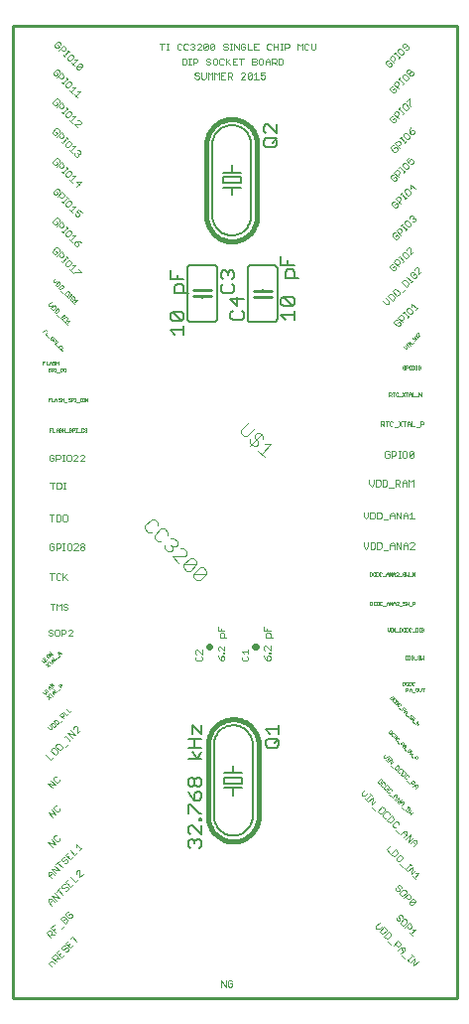
<source format=gto>
G75*
G70*
%OFA0B0*%
%FSLAX24Y24*%
%IPPOS*%
%LPD*%
%AMOC8*
5,1,8,0,0,1.08239X$1,22.5*
%
%ADD10C,0.0098*%
%ADD11C,0.0020*%
%ADD12C,0.0010*%
%ADD13C,0.0040*%
%ADD14C,0.0160*%
%ADD15C,0.0060*%
%ADD16C,0.0050*%
%ADD17C,0.0220*%
%ADD18C,0.0100*%
D10*
X000156Y000156D02*
X000156Y032783D01*
X015081Y032783D01*
X015083Y032781D01*
X015083Y000156D01*
X000156Y000156D01*
D11*
X001368Y001324D02*
X001446Y001402D01*
X001498Y001402D01*
X001576Y001324D01*
X001628Y001376D02*
X001472Y001532D01*
X001550Y001610D01*
X001602Y001610D01*
X001654Y001558D01*
X001654Y001506D01*
X001576Y001428D01*
X001628Y001480D02*
X001732Y001480D01*
X001784Y001533D02*
X001888Y001636D01*
X001915Y001715D02*
X001967Y001715D01*
X002018Y001767D01*
X002018Y001818D01*
X001993Y001844D01*
X001941Y001844D01*
X001889Y001793D01*
X001837Y001793D01*
X001811Y001818D01*
X001811Y001870D01*
X001863Y001922D01*
X001915Y001922D01*
X001941Y002001D02*
X002097Y001845D01*
X002201Y001949D01*
X002071Y001975D02*
X002019Y001923D01*
X001941Y002001D02*
X002045Y002104D01*
X002097Y002157D02*
X002201Y002261D01*
X002149Y002209D02*
X002305Y002053D01*
X001916Y002664D02*
X001993Y002742D01*
X001993Y002793D01*
X001967Y002819D01*
X001916Y002819D01*
X001838Y002742D01*
X001916Y002819D02*
X001916Y002871D01*
X001890Y002897D01*
X001838Y002897D01*
X001760Y002819D01*
X001916Y002664D01*
X001889Y002585D02*
X001785Y002481D01*
X001577Y002481D02*
X001525Y002429D01*
X001473Y002377D02*
X001473Y002325D01*
X001395Y002247D01*
X001447Y002299D02*
X001551Y002299D01*
X001603Y002351D02*
X001447Y002507D01*
X001551Y002611D01*
X001421Y002429D02*
X001473Y002377D01*
X001421Y002429D02*
X001369Y002429D01*
X001291Y002351D01*
X001447Y002195D01*
X001732Y001792D02*
X001629Y001688D01*
X001784Y001533D01*
X001707Y001610D02*
X001758Y001662D01*
X001368Y001324D02*
X001472Y001220D01*
X002046Y002846D02*
X001942Y002950D01*
X001942Y003002D01*
X001994Y003053D01*
X002046Y003053D01*
X002098Y003002D02*
X002046Y002950D01*
X002098Y003002D02*
X002150Y002950D01*
X002150Y002898D01*
X002098Y002846D01*
X002046Y002846D01*
X001734Y003530D02*
X001579Y003686D01*
X001631Y003738D02*
X001735Y003842D01*
X001683Y003790D02*
X001839Y003634D01*
X001734Y003530D02*
X001475Y003582D01*
X001631Y003426D01*
X001578Y003374D02*
X001474Y003478D01*
X001371Y003478D01*
X001371Y003374D01*
X001474Y003270D01*
X001397Y003348D02*
X001500Y003452D01*
X001839Y003843D02*
X001813Y003868D01*
X001813Y003920D01*
X001865Y003972D01*
X001917Y003972D01*
X001943Y003894D02*
X001995Y003894D01*
X002021Y003868D01*
X002021Y003817D01*
X001969Y003765D01*
X001917Y003765D01*
X001891Y003843D02*
X001943Y003894D01*
X001891Y003843D02*
X001839Y003843D01*
X002021Y003973D02*
X002073Y004025D01*
X002047Y004154D02*
X001944Y004051D01*
X002099Y003895D01*
X002203Y003999D01*
X002256Y004051D02*
X002359Y004155D01*
X002412Y004207D02*
X002412Y004415D01*
X002386Y004441D01*
X002334Y004441D01*
X002282Y004389D01*
X002282Y004337D01*
X002412Y004207D02*
X002516Y004311D01*
X002256Y004051D02*
X002100Y004207D01*
X001821Y004549D02*
X001666Y004705D01*
X001717Y004757D02*
X001614Y004653D01*
X001561Y004601D02*
X001717Y004445D01*
X001457Y004497D01*
X001613Y004341D01*
X001561Y004289D02*
X001457Y004393D01*
X001353Y004393D01*
X001353Y004289D01*
X001457Y004185D01*
X001379Y004263D02*
X001483Y004367D01*
X001822Y004757D02*
X001874Y004757D01*
X001926Y004809D01*
X001978Y004809D01*
X002003Y004783D01*
X002003Y004732D01*
X001952Y004680D01*
X001900Y004680D01*
X001822Y004757D02*
X001796Y004783D01*
X001796Y004835D01*
X001848Y004887D01*
X001900Y004887D01*
X001926Y004966D02*
X002082Y004810D01*
X002186Y004914D01*
X002238Y004966D02*
X002082Y005122D01*
X002030Y005069D02*
X001926Y004966D01*
X002004Y004888D02*
X002056Y004940D01*
X002238Y004966D02*
X002342Y005070D01*
X002394Y005122D02*
X002498Y005226D01*
X002446Y005174D02*
X002290Y005330D01*
X002290Y005226D01*
X001736Y005459D02*
X001736Y005511D01*
X001736Y005459D02*
X001684Y005407D01*
X001632Y005407D01*
X001528Y005511D01*
X001528Y005563D01*
X001580Y005615D01*
X001632Y005615D01*
X001450Y005485D02*
X001606Y005329D01*
X001346Y005381D01*
X001502Y005225D01*
X001509Y006228D02*
X001354Y006383D01*
X001613Y006331D01*
X001457Y006487D01*
X001536Y006514D02*
X001640Y006410D01*
X001692Y006410D01*
X001743Y006462D01*
X001743Y006514D01*
X001640Y006617D02*
X001588Y006617D01*
X001536Y006565D01*
X001536Y006514D01*
X001489Y007210D02*
X001334Y007366D01*
X001593Y007314D01*
X001438Y007469D01*
X001516Y007496D02*
X001620Y007392D01*
X001672Y007392D01*
X001724Y007444D01*
X001724Y007496D01*
X001620Y007600D02*
X001568Y007600D01*
X001516Y007548D01*
X001516Y007496D01*
X001429Y008158D02*
X001533Y008261D01*
X001586Y008314D02*
X001664Y008392D01*
X001664Y008444D01*
X001560Y008547D01*
X001508Y008547D01*
X001430Y008469D01*
X001586Y008314D01*
X001429Y008158D02*
X001274Y008313D01*
X001612Y008600D02*
X001716Y008496D01*
X001768Y008496D01*
X001820Y008548D01*
X001820Y008600D01*
X001716Y008704D01*
X001664Y008704D01*
X001612Y008652D01*
X001612Y008600D01*
X001924Y008600D02*
X002028Y008704D01*
X002054Y008782D02*
X002106Y008834D01*
X002080Y008808D02*
X001925Y008964D01*
X001899Y008938D02*
X001951Y008990D01*
X002003Y009042D02*
X002262Y008990D01*
X002107Y009146D01*
X002185Y009173D02*
X002185Y009224D01*
X002237Y009276D01*
X002289Y009276D01*
X002315Y009250D01*
X002315Y009043D01*
X002418Y009147D01*
X002158Y008887D02*
X002003Y009042D01*
X002017Y012316D02*
X002164Y012463D01*
X002164Y012499D01*
X002127Y012536D01*
X002054Y012536D01*
X002017Y012499D01*
X001943Y012499D02*
X001906Y012536D01*
X001796Y012536D01*
X001796Y012316D01*
X001796Y012389D02*
X001906Y012389D01*
X001943Y012426D01*
X001943Y012499D01*
X002017Y012316D02*
X002164Y012316D01*
X001972Y013173D02*
X001898Y013173D01*
X001861Y013210D01*
X001787Y013173D02*
X001787Y013394D01*
X001714Y013320D01*
X001640Y013394D01*
X001640Y013173D01*
X001493Y013173D02*
X001493Y013394D01*
X001566Y013394D02*
X001419Y013394D01*
X001391Y012536D02*
X001354Y012499D01*
X001354Y012463D01*
X001391Y012426D01*
X001465Y012426D01*
X001501Y012389D01*
X001501Y012353D01*
X001465Y012316D01*
X001391Y012316D01*
X001354Y012353D01*
X001391Y012536D02*
X001465Y012536D01*
X001501Y012499D01*
X001575Y012499D02*
X001612Y012536D01*
X001686Y012536D01*
X001722Y012499D01*
X001722Y012353D01*
X001686Y012316D01*
X001612Y012316D01*
X001575Y012353D01*
X001575Y012499D01*
X001972Y013173D02*
X002008Y013210D01*
X002008Y013247D01*
X001972Y013284D01*
X001898Y013284D01*
X001861Y013320D01*
X001861Y013357D01*
X001898Y013394D01*
X001972Y013394D01*
X002008Y013357D01*
X001993Y014188D02*
X001883Y014299D01*
X001846Y014262D02*
X001993Y014409D01*
X001846Y014409D02*
X001846Y014188D01*
X001772Y014225D02*
X001736Y014188D01*
X001662Y014188D01*
X001625Y014225D01*
X001625Y014372D01*
X001662Y014409D01*
X001736Y014409D01*
X001772Y014372D01*
X001551Y014409D02*
X001404Y014409D01*
X001478Y014409D02*
X001478Y014188D01*
X001505Y015196D02*
X001541Y015233D01*
X001541Y015306D01*
X001468Y015306D01*
X001541Y015379D02*
X001505Y015416D01*
X001431Y015416D01*
X001394Y015379D01*
X001394Y015233D01*
X001431Y015196D01*
X001505Y015196D01*
X001615Y015196D02*
X001615Y015416D01*
X001726Y015416D01*
X001762Y015379D01*
X001762Y015306D01*
X001726Y015269D01*
X001615Y015269D01*
X001836Y015196D02*
X001910Y015196D01*
X001873Y015196D02*
X001873Y015416D01*
X001836Y015416D02*
X001910Y015416D01*
X001984Y015379D02*
X001984Y015233D01*
X002020Y015196D01*
X002094Y015196D01*
X002131Y015233D01*
X002131Y015379D01*
X002094Y015416D01*
X002020Y015416D01*
X001984Y015379D01*
X002205Y015379D02*
X002241Y015416D01*
X002315Y015416D01*
X002351Y015379D01*
X002351Y015343D01*
X002205Y015196D01*
X002351Y015196D01*
X002426Y015233D02*
X002426Y015269D01*
X002462Y015306D01*
X002536Y015306D01*
X002572Y015269D01*
X002572Y015233D01*
X002536Y015196D01*
X002462Y015196D01*
X002426Y015233D01*
X002462Y015306D02*
X002426Y015343D01*
X002426Y015379D01*
X002462Y015416D01*
X002536Y015416D01*
X002572Y015379D01*
X002572Y015343D01*
X002536Y015306D01*
X001952Y016163D02*
X001988Y016200D01*
X001988Y016347D01*
X001952Y016384D01*
X001878Y016384D01*
X001841Y016347D01*
X001841Y016200D01*
X001878Y016163D01*
X001952Y016163D01*
X001767Y016200D02*
X001767Y016347D01*
X001731Y016384D01*
X001620Y016384D01*
X001620Y016163D01*
X001731Y016163D01*
X001767Y016200D01*
X001546Y016384D02*
X001399Y016384D01*
X001473Y016384D02*
X001473Y016163D01*
X001488Y017251D02*
X001488Y017471D01*
X001561Y017471D02*
X001414Y017471D01*
X001635Y017471D02*
X001635Y017251D01*
X001745Y017251D01*
X001782Y017288D01*
X001782Y017434D01*
X001745Y017471D01*
X001635Y017471D01*
X001856Y017471D02*
X001930Y017471D01*
X001893Y017471D02*
X001893Y017251D01*
X001856Y017251D02*
X001930Y017251D01*
X001902Y018183D02*
X001829Y018183D01*
X001866Y018183D02*
X001866Y018404D01*
X001902Y018404D02*
X001829Y018404D01*
X001755Y018367D02*
X001755Y018293D01*
X001718Y018257D01*
X001608Y018257D01*
X001608Y018183D02*
X001608Y018404D01*
X001718Y018404D01*
X001755Y018367D01*
X001976Y018367D02*
X001976Y018220D01*
X002013Y018183D01*
X002086Y018183D01*
X002123Y018220D01*
X002123Y018367D01*
X002086Y018404D01*
X002013Y018404D01*
X001976Y018367D01*
X002197Y018367D02*
X002234Y018404D01*
X002307Y018404D01*
X002344Y018367D01*
X002344Y018330D01*
X002197Y018183D01*
X002344Y018183D01*
X002418Y018183D02*
X002565Y018330D01*
X002565Y018367D01*
X002528Y018404D01*
X002455Y018404D01*
X002418Y018367D01*
X002418Y018183D02*
X002565Y018183D01*
X001534Y018220D02*
X001534Y018293D01*
X001460Y018293D01*
X001387Y018220D02*
X001424Y018183D01*
X001497Y018183D01*
X001534Y018220D01*
X001534Y018367D02*
X001497Y018404D01*
X001424Y018404D01*
X001387Y018367D01*
X001387Y018220D01*
X002212Y024481D02*
X002238Y024507D01*
X002445Y024507D01*
X002471Y024533D01*
X002367Y024636D01*
X002263Y024741D02*
X002107Y024585D01*
X002055Y024637D02*
X002159Y024533D01*
X002159Y024741D02*
X002263Y024741D01*
X002133Y024819D02*
X002133Y024871D01*
X002081Y024923D01*
X002029Y024923D01*
X001925Y024819D01*
X001925Y024767D01*
X001977Y024715D01*
X002029Y024715D01*
X002133Y024819D01*
X002003Y025001D02*
X001951Y025053D01*
X001977Y025027D02*
X001821Y024871D01*
X001795Y024897D02*
X001847Y024846D01*
X001820Y025028D02*
X001872Y025080D01*
X001872Y025132D01*
X001794Y025209D01*
X001639Y025054D01*
X001691Y025106D02*
X001769Y025028D01*
X001820Y025028D01*
X001664Y025184D02*
X001612Y025236D01*
X001664Y025184D02*
X001612Y025132D01*
X001560Y025132D01*
X001509Y025184D01*
X001509Y025236D01*
X001612Y025340D01*
X001664Y025340D01*
X001716Y025288D01*
X001716Y025236D01*
X002112Y025585D02*
X002268Y025741D01*
X002164Y025741D01*
X002138Y025819D02*
X002138Y025871D01*
X002086Y025923D01*
X002034Y025923D01*
X001930Y025819D01*
X001930Y025767D01*
X001982Y025715D01*
X002034Y025715D01*
X002138Y025819D01*
X002060Y025637D02*
X002164Y025533D01*
X002243Y025507D02*
X002243Y025455D01*
X002294Y025403D01*
X002346Y025403D01*
X002372Y025429D01*
X002372Y025481D01*
X002294Y025559D01*
X002243Y025507D01*
X002294Y025559D02*
X002398Y025559D01*
X002476Y025533D01*
X002008Y026001D02*
X001956Y026053D01*
X001982Y026027D02*
X001826Y025871D01*
X001800Y025897D02*
X001852Y025846D01*
X001825Y026028D02*
X001774Y026028D01*
X001696Y026106D01*
X001644Y026054D02*
X001799Y026209D01*
X001877Y026132D01*
X001877Y026080D01*
X001825Y026028D01*
X001669Y026184D02*
X001617Y026236D01*
X001669Y026184D02*
X001617Y026132D01*
X001565Y026132D01*
X001514Y026184D01*
X001514Y026236D01*
X001617Y026340D01*
X001669Y026340D01*
X001721Y026288D01*
X001721Y026236D01*
X002068Y026634D02*
X002172Y026531D01*
X002120Y026583D02*
X002275Y026738D01*
X002172Y026738D01*
X002145Y026817D02*
X002145Y026869D01*
X002093Y026920D01*
X002041Y026920D01*
X001938Y026817D01*
X001938Y026765D01*
X001989Y026713D01*
X002041Y026713D01*
X002145Y026817D01*
X002015Y026999D02*
X001963Y027051D01*
X001989Y027025D02*
X001833Y026869D01*
X001808Y026895D02*
X001859Y026843D01*
X001833Y027025D02*
X001781Y027025D01*
X001703Y027103D01*
X001651Y027051D02*
X001807Y027207D01*
X001885Y027129D01*
X001885Y027077D01*
X001833Y027025D01*
X001677Y027181D02*
X001625Y027233D01*
X001677Y027181D02*
X001625Y027130D01*
X001573Y027130D01*
X001521Y027181D01*
X001521Y027233D01*
X001625Y027337D01*
X001677Y027337D01*
X001729Y027285D01*
X001729Y027233D01*
X002112Y027585D02*
X002268Y027741D01*
X002164Y027741D01*
X002138Y027819D02*
X002138Y027871D01*
X002086Y027923D01*
X002034Y027923D01*
X001930Y027819D01*
X001930Y027767D01*
X001982Y027715D01*
X002034Y027715D01*
X002138Y027819D01*
X002060Y027637D02*
X002164Y027533D01*
X002294Y027559D02*
X002398Y027455D01*
X002294Y027403D02*
X002450Y027559D01*
X002294Y027559D01*
X002008Y028001D02*
X001956Y028053D01*
X001982Y028027D02*
X001826Y027871D01*
X001800Y027897D02*
X001852Y027846D01*
X001825Y028028D02*
X001774Y028028D01*
X001696Y028106D01*
X001644Y028054D02*
X001799Y028209D01*
X001877Y028132D01*
X001877Y028080D01*
X001825Y028028D01*
X001669Y028184D02*
X001617Y028236D01*
X001669Y028184D02*
X001617Y028132D01*
X001565Y028132D01*
X001514Y028184D01*
X001514Y028236D01*
X001617Y028340D01*
X001669Y028340D01*
X001721Y028288D01*
X001721Y028236D01*
X002107Y028585D02*
X002263Y028741D01*
X002159Y028741D01*
X002133Y028819D02*
X002133Y028871D01*
X002081Y028923D01*
X002029Y028923D01*
X001925Y028819D01*
X001925Y028767D01*
X001977Y028715D01*
X002029Y028715D01*
X002133Y028819D01*
X002055Y028637D02*
X002159Y028533D01*
X002238Y028507D02*
X002238Y028455D01*
X002289Y028403D01*
X002341Y028403D01*
X002367Y028429D01*
X002367Y028481D01*
X002341Y028507D01*
X002367Y028481D02*
X002419Y028481D01*
X002445Y028507D01*
X002445Y028559D01*
X002393Y028610D01*
X002341Y028610D01*
X002003Y029001D02*
X001951Y029053D01*
X001977Y029027D02*
X001821Y028871D01*
X001795Y028897D02*
X001847Y028846D01*
X001820Y029028D02*
X001769Y029028D01*
X001691Y029106D01*
X001639Y029054D02*
X001794Y029209D01*
X001872Y029132D01*
X001872Y029080D01*
X001820Y029028D01*
X001664Y029184D02*
X001612Y029236D01*
X001664Y029184D02*
X001612Y029132D01*
X001560Y029132D01*
X001509Y029184D01*
X001509Y029236D01*
X001612Y029340D01*
X001664Y029340D01*
X001716Y029288D01*
X001716Y029236D01*
X002112Y029585D02*
X002268Y029741D01*
X002164Y029741D01*
X002138Y029819D02*
X002138Y029871D01*
X002086Y029923D01*
X002034Y029923D01*
X001930Y029819D01*
X001930Y029767D01*
X001982Y029715D01*
X002034Y029715D01*
X002138Y029819D01*
X002060Y029637D02*
X002164Y029533D01*
X002217Y029481D02*
X002424Y029481D01*
X002450Y029507D01*
X002450Y029559D01*
X002398Y029610D01*
X002346Y029610D01*
X002217Y029481D02*
X002320Y029377D01*
X002008Y030001D02*
X001956Y030053D01*
X001982Y030027D02*
X001826Y029871D01*
X001800Y029897D02*
X001852Y029846D01*
X001825Y030028D02*
X001774Y030028D01*
X001696Y030106D01*
X001644Y030054D02*
X001799Y030209D01*
X001877Y030132D01*
X001877Y030080D01*
X001825Y030028D01*
X001669Y030184D02*
X001617Y030236D01*
X001669Y030184D02*
X001617Y030132D01*
X001565Y030132D01*
X001514Y030184D01*
X001514Y030236D01*
X001617Y030340D01*
X001669Y030340D01*
X001721Y030288D01*
X001721Y030236D01*
X002115Y030583D02*
X002270Y030738D01*
X002167Y030738D01*
X002140Y030817D02*
X002140Y030869D01*
X002088Y030921D01*
X002036Y030921D01*
X001933Y030817D01*
X001933Y030765D01*
X001984Y030713D01*
X002036Y030713D01*
X002140Y030817D01*
X002063Y030635D02*
X002167Y030531D01*
X002219Y030478D02*
X002323Y030374D01*
X002271Y030426D02*
X002427Y030582D01*
X002323Y030582D01*
X002010Y030999D02*
X001958Y031051D01*
X001984Y031025D02*
X001828Y030869D01*
X001803Y030895D02*
X001854Y030843D01*
X001828Y031025D02*
X001776Y031025D01*
X001698Y031103D01*
X001646Y031051D02*
X001802Y031207D01*
X001880Y031129D01*
X001880Y031077D01*
X001828Y031025D01*
X001672Y031181D02*
X001620Y031233D01*
X001672Y031181D02*
X001620Y031130D01*
X001568Y031130D01*
X001516Y031181D01*
X001516Y031233D01*
X001620Y031337D01*
X001672Y031337D01*
X001724Y031285D01*
X001724Y031233D01*
X002118Y031550D02*
X002222Y031446D01*
X002170Y031498D02*
X002325Y031653D01*
X002222Y031653D01*
X002195Y031732D02*
X002195Y031784D01*
X002143Y031836D01*
X002091Y031836D01*
X001988Y031732D01*
X001988Y031680D01*
X002039Y031628D01*
X002091Y031628D01*
X002195Y031732D01*
X002065Y031914D02*
X002013Y031966D01*
X002039Y031940D02*
X001883Y031784D01*
X001858Y031810D02*
X001909Y031758D01*
X001883Y031940D02*
X001831Y031940D01*
X001753Y032018D01*
X001701Y031966D02*
X001857Y032122D01*
X001935Y032044D01*
X001935Y031992D01*
X001883Y031940D01*
X001727Y032096D02*
X001675Y032148D01*
X001727Y032096D02*
X001675Y032045D01*
X001623Y032045D01*
X001571Y032096D01*
X001571Y032148D01*
X001675Y032252D01*
X001727Y032252D01*
X001779Y032200D01*
X001779Y032148D01*
X002404Y031523D02*
X002456Y031523D01*
X002508Y031471D01*
X002508Y031419D01*
X002300Y031419D01*
X002300Y031367D01*
X002352Y031315D01*
X002404Y031315D01*
X002508Y031419D01*
X002404Y031523D02*
X002300Y031419D01*
X002380Y026634D02*
X002302Y026556D01*
X002380Y026530D01*
X002406Y026504D01*
X002406Y026452D01*
X002354Y026400D01*
X002302Y026400D01*
X002250Y026452D01*
X002250Y026504D01*
X002380Y026634D02*
X002484Y026530D01*
X005177Y031975D02*
X005177Y032195D01*
X005250Y032195D02*
X005103Y032195D01*
X005324Y032195D02*
X005398Y032195D01*
X005361Y032195D02*
X005361Y031975D01*
X005324Y031975D02*
X005398Y031975D01*
X005693Y032012D02*
X005729Y031975D01*
X005803Y031975D01*
X005840Y032012D01*
X005914Y032012D02*
X005950Y031975D01*
X006024Y031975D01*
X006061Y032012D01*
X006135Y032012D02*
X006171Y031975D01*
X006245Y031975D01*
X006281Y032012D01*
X006281Y032048D01*
X006245Y032085D01*
X006208Y032085D01*
X006245Y032085D02*
X006281Y032122D01*
X006281Y032159D01*
X006245Y032195D01*
X006171Y032195D01*
X006135Y032159D01*
X006061Y032159D02*
X006024Y032195D01*
X005950Y032195D01*
X005914Y032159D01*
X005914Y032012D01*
X005840Y032159D02*
X005803Y032195D01*
X005729Y032195D01*
X005693Y032159D01*
X005693Y032012D01*
X005853Y031700D02*
X005964Y031700D01*
X006000Y031664D01*
X006000Y031517D01*
X005964Y031480D01*
X005853Y031480D01*
X005853Y031700D01*
X006074Y031700D02*
X006148Y031700D01*
X006111Y031700D02*
X006111Y031480D01*
X006074Y031480D02*
X006148Y031480D01*
X006222Y031480D02*
X006222Y031700D01*
X006332Y031700D01*
X006369Y031664D01*
X006369Y031590D01*
X006332Y031553D01*
X006222Y031553D01*
X006318Y031225D02*
X006281Y031189D01*
X006281Y031152D01*
X006318Y031115D01*
X006391Y031115D01*
X006428Y031078D01*
X006428Y031042D01*
X006391Y031005D01*
X006318Y031005D01*
X006281Y031042D01*
X006318Y031225D02*
X006391Y031225D01*
X006428Y031189D01*
X006502Y031225D02*
X006502Y031042D01*
X006539Y031005D01*
X006612Y031005D01*
X006649Y031042D01*
X006649Y031225D01*
X006723Y031225D02*
X006796Y031152D01*
X006870Y031225D01*
X006870Y031005D01*
X006944Y031005D02*
X006944Y031225D01*
X007017Y031152D01*
X007091Y031225D01*
X007091Y031005D01*
X007165Y031005D02*
X007312Y031005D01*
X007386Y031005D02*
X007386Y031225D01*
X007496Y031225D01*
X007533Y031189D01*
X007533Y031115D01*
X007496Y031078D01*
X007386Y031078D01*
X007459Y031078D02*
X007533Y031005D01*
X007548Y031480D02*
X007694Y031480D01*
X007621Y031590D02*
X007548Y031590D01*
X007548Y031700D02*
X007548Y031480D01*
X007473Y031480D02*
X007363Y031590D01*
X007327Y031553D02*
X007473Y031700D01*
X007548Y031700D02*
X007694Y031700D01*
X007769Y031700D02*
X007915Y031700D01*
X007842Y031700D02*
X007842Y031480D01*
X007865Y031225D02*
X007828Y031189D01*
X007865Y031225D02*
X007938Y031225D01*
X007975Y031189D01*
X007975Y031152D01*
X007828Y031005D01*
X007975Y031005D01*
X008049Y031042D02*
X008196Y031189D01*
X008196Y031042D01*
X008159Y031005D01*
X008086Y031005D01*
X008049Y031042D01*
X008049Y031189D01*
X008086Y031225D01*
X008159Y031225D01*
X008196Y031189D01*
X008270Y031152D02*
X008343Y031225D01*
X008343Y031005D01*
X008270Y031005D02*
X008417Y031005D01*
X008491Y031042D02*
X008527Y031005D01*
X008601Y031005D01*
X008638Y031042D01*
X008638Y031115D01*
X008601Y031152D01*
X008564Y031152D01*
X008491Y031115D01*
X008491Y031225D01*
X008638Y031225D01*
X008653Y031480D02*
X008653Y031627D01*
X008726Y031700D01*
X008799Y031627D01*
X008799Y031480D01*
X008874Y031480D02*
X008874Y031700D01*
X008984Y031700D01*
X009020Y031664D01*
X009020Y031590D01*
X008984Y031553D01*
X008874Y031553D01*
X008947Y031553D02*
X009020Y031480D01*
X009095Y031480D02*
X009205Y031480D01*
X009241Y031517D01*
X009241Y031664D01*
X009205Y031700D01*
X009095Y031700D01*
X009095Y031480D01*
X008799Y031590D02*
X008653Y031590D01*
X008578Y031517D02*
X008578Y031664D01*
X008542Y031700D01*
X008468Y031700D01*
X008432Y031664D01*
X008432Y031517D01*
X008468Y031480D01*
X008542Y031480D01*
X008578Y031517D01*
X008357Y031517D02*
X008321Y031480D01*
X008211Y031480D01*
X008211Y031700D01*
X008321Y031700D01*
X008357Y031664D01*
X008357Y031627D01*
X008321Y031590D01*
X008211Y031590D01*
X008321Y031590D02*
X008357Y031553D01*
X008357Y031517D01*
X008418Y031975D02*
X008271Y031975D01*
X008271Y032195D01*
X008418Y032195D01*
X008344Y032085D02*
X008271Y032085D01*
X008197Y031975D02*
X008050Y031975D01*
X008050Y032195D01*
X007976Y032159D02*
X007939Y032195D01*
X007866Y032195D01*
X007829Y032159D01*
X007829Y032012D01*
X007866Y031975D01*
X007939Y031975D01*
X007976Y032012D01*
X007976Y032085D01*
X007902Y032085D01*
X007755Y031975D02*
X007755Y032195D01*
X007608Y032195D02*
X007755Y031975D01*
X007608Y031975D02*
X007608Y032195D01*
X007534Y032195D02*
X007461Y032195D01*
X007497Y032195D02*
X007497Y031975D01*
X007461Y031975D02*
X007534Y031975D01*
X007386Y032012D02*
X007350Y031975D01*
X007276Y031975D01*
X007240Y032012D01*
X007276Y032085D02*
X007350Y032085D01*
X007386Y032048D01*
X007386Y032012D01*
X007276Y032085D02*
X007240Y032122D01*
X007240Y032159D01*
X007276Y032195D01*
X007350Y032195D01*
X007386Y032159D01*
X007327Y031700D02*
X007327Y031480D01*
X007252Y031517D02*
X007216Y031480D01*
X007142Y031480D01*
X007106Y031517D01*
X007106Y031664D01*
X007142Y031700D01*
X007216Y031700D01*
X007252Y031664D01*
X007031Y031664D02*
X007031Y031517D01*
X006995Y031480D01*
X006921Y031480D01*
X006885Y031517D01*
X006885Y031664D01*
X006921Y031700D01*
X006995Y031700D01*
X007031Y031664D01*
X006908Y031975D02*
X006834Y031975D01*
X006798Y032012D01*
X006944Y032159D01*
X006944Y032012D01*
X006908Y031975D01*
X006798Y032012D02*
X006798Y032159D01*
X006834Y032195D01*
X006908Y032195D01*
X006944Y032159D01*
X006723Y032159D02*
X006577Y032012D01*
X006613Y031975D01*
X006687Y031975D01*
X006723Y032012D01*
X006723Y032159D01*
X006687Y032195D01*
X006613Y032195D01*
X006577Y032159D01*
X006577Y032012D01*
X006502Y031975D02*
X006356Y031975D01*
X006502Y032122D01*
X006502Y032159D01*
X006466Y032195D01*
X006392Y032195D01*
X006356Y032159D01*
X006700Y031700D02*
X006664Y031664D01*
X006664Y031627D01*
X006700Y031590D01*
X006774Y031590D01*
X006811Y031553D01*
X006811Y031517D01*
X006774Y031480D01*
X006700Y031480D01*
X006664Y031517D01*
X006700Y031700D02*
X006774Y031700D01*
X006811Y031664D01*
X006723Y031225D02*
X006723Y031005D01*
X007165Y031005D02*
X007165Y031225D01*
X007312Y031225D01*
X007238Y031115D02*
X007165Y031115D01*
X008713Y032012D02*
X008750Y031975D01*
X008823Y031975D01*
X008860Y032012D01*
X008934Y031975D02*
X008934Y032195D01*
X008860Y032159D02*
X008823Y032195D01*
X008750Y032195D01*
X008713Y032159D01*
X008713Y032012D01*
X008934Y032085D02*
X009081Y032085D01*
X009081Y032195D02*
X009081Y031975D01*
X009155Y031975D02*
X009228Y031975D01*
X009192Y031975D02*
X009192Y032195D01*
X009228Y032195D02*
X009155Y032195D01*
X009302Y032195D02*
X009412Y032195D01*
X009449Y032159D01*
X009449Y032085D01*
X009412Y032048D01*
X009302Y032048D01*
X009302Y031975D02*
X009302Y032195D01*
X009744Y032195D02*
X009818Y032122D01*
X009891Y032195D01*
X009891Y031975D01*
X009965Y032012D02*
X010002Y031975D01*
X010075Y031975D01*
X010112Y032012D01*
X010186Y032012D02*
X010223Y031975D01*
X010296Y031975D01*
X010333Y032012D01*
X010333Y032195D01*
X010186Y032195D02*
X010186Y032012D01*
X010112Y032159D02*
X010075Y032195D01*
X010002Y032195D01*
X009965Y032159D01*
X009965Y032012D01*
X009744Y031975D02*
X009744Y032195D01*
X012687Y031567D02*
X012687Y031515D01*
X012791Y031411D01*
X012843Y031411D01*
X012895Y031463D01*
X012895Y031515D01*
X012843Y031567D01*
X012791Y031515D01*
X012791Y031619D02*
X012739Y031619D01*
X012687Y031567D01*
X012817Y031697D02*
X012895Y031775D01*
X012947Y031775D01*
X012999Y031723D01*
X012999Y031671D01*
X012921Y031593D01*
X012973Y031541D02*
X012817Y031697D01*
X012974Y031853D02*
X013026Y031905D01*
X013000Y031879D02*
X013155Y031723D01*
X013129Y031698D02*
X013181Y031749D01*
X013208Y031828D02*
X013259Y031828D01*
X013311Y031879D01*
X013311Y031931D01*
X013208Y032035D01*
X013156Y032035D01*
X013104Y031983D01*
X013104Y031931D01*
X013208Y031828D01*
X013364Y031984D02*
X013416Y031984D01*
X013468Y032036D01*
X013468Y032088D01*
X013364Y032191D01*
X013312Y032191D01*
X013260Y032139D01*
X013260Y032088D01*
X013286Y032062D01*
X013338Y032062D01*
X013416Y032139D01*
X013459Y031326D02*
X013511Y031326D01*
X013537Y031300D01*
X013537Y031249D01*
X013485Y031197D01*
X013433Y031197D01*
X013407Y031223D01*
X013407Y031274D01*
X013459Y031326D01*
X013537Y031249D02*
X013589Y031249D01*
X013615Y031223D01*
X013615Y031171D01*
X013563Y031119D01*
X013511Y031119D01*
X013485Y031145D01*
X013485Y031197D01*
X013355Y031170D02*
X013459Y031066D01*
X013459Y031014D01*
X013407Y030963D01*
X013355Y030963D01*
X013251Y031066D01*
X013251Y031118D01*
X013303Y031170D01*
X013355Y031170D01*
X013173Y031040D02*
X013121Y030988D01*
X013147Y031014D02*
X013303Y030858D01*
X013277Y030833D02*
X013329Y030884D01*
X013147Y030858D02*
X013147Y030806D01*
X013069Y030728D01*
X013121Y030676D02*
X012965Y030832D01*
X013043Y030910D01*
X013095Y030910D01*
X013147Y030858D01*
X012990Y030702D02*
X012938Y030650D01*
X012990Y030702D02*
X013042Y030650D01*
X013042Y030598D01*
X012990Y030546D01*
X012938Y030546D01*
X012835Y030650D01*
X012835Y030702D01*
X012887Y030754D01*
X012938Y030754D01*
X013303Y030173D02*
X013251Y030121D01*
X013251Y030069D01*
X013355Y029965D01*
X013407Y029965D01*
X013459Y030017D01*
X013459Y030069D01*
X013355Y030173D01*
X013303Y030173D01*
X013382Y030251D02*
X013485Y030355D01*
X013511Y030329D01*
X013511Y030121D01*
X013537Y030095D01*
X013329Y029887D02*
X013277Y029835D01*
X013303Y029861D02*
X013147Y030017D01*
X013121Y029991D02*
X013173Y030043D01*
X013095Y029912D02*
X013147Y029860D01*
X013147Y029809D01*
X013069Y029731D01*
X013121Y029679D02*
X012965Y029834D01*
X013043Y029912D01*
X013095Y029912D01*
X012938Y029756D02*
X012887Y029756D01*
X012835Y029704D01*
X012835Y029652D01*
X012938Y029549D01*
X012990Y029549D01*
X013042Y029600D01*
X013042Y029652D01*
X012990Y029704D01*
X012938Y029652D01*
X013216Y029065D02*
X013164Y029013D01*
X013190Y029039D02*
X013345Y028883D01*
X013319Y028858D02*
X013371Y028909D01*
X013398Y028988D02*
X013449Y028988D01*
X013501Y029039D01*
X013501Y029091D01*
X013398Y029195D01*
X013346Y029195D01*
X013294Y029143D01*
X013294Y029091D01*
X013398Y028988D01*
X013554Y029144D02*
X013606Y029144D01*
X013658Y029196D01*
X013658Y029248D01*
X013632Y029274D01*
X013580Y029274D01*
X013502Y029196D01*
X013554Y029144D01*
X013502Y029196D02*
X013502Y029299D01*
X013528Y029377D01*
X013137Y028935D02*
X013189Y028883D01*
X013189Y028831D01*
X013111Y028753D01*
X013163Y028701D02*
X013007Y028857D01*
X013085Y028935D01*
X013137Y028935D01*
X012981Y028779D02*
X012929Y028779D01*
X012877Y028727D01*
X012877Y028675D01*
X012981Y028571D01*
X013033Y028571D01*
X013085Y028623D01*
X013085Y028675D01*
X013033Y028727D01*
X012981Y028675D01*
X013397Y028281D02*
X013474Y028203D01*
X013500Y028281D01*
X013526Y028307D01*
X013578Y028307D01*
X013630Y028255D01*
X013630Y028203D01*
X013578Y028151D01*
X013526Y028151D01*
X013474Y028099D02*
X013370Y028203D01*
X013318Y028203D01*
X013266Y028151D01*
X013266Y028099D01*
X013370Y027995D01*
X013422Y027995D01*
X013474Y028047D01*
X013474Y028099D01*
X013397Y028281D02*
X013500Y028385D01*
X013188Y028073D02*
X013136Y028021D01*
X013162Y028047D02*
X013318Y027891D01*
X013292Y027865D02*
X013344Y027917D01*
X013162Y027890D02*
X013162Y027839D01*
X013084Y027761D01*
X013136Y027709D02*
X012980Y027864D01*
X013058Y027942D01*
X013110Y027942D01*
X013162Y027890D01*
X013005Y027734D02*
X012953Y027682D01*
X013005Y027734D02*
X013057Y027682D01*
X013057Y027630D01*
X013005Y027579D01*
X012953Y027579D01*
X012850Y027682D01*
X012850Y027734D01*
X012902Y027786D01*
X012953Y027786D01*
X013371Y027313D02*
X013423Y027313D01*
X013526Y027209D01*
X013526Y027157D01*
X013474Y027105D01*
X013423Y027105D01*
X013319Y027209D01*
X013319Y027261D01*
X013371Y027313D01*
X013527Y027313D02*
X013527Y027469D01*
X013683Y027313D01*
X013631Y027417D02*
X013527Y027313D01*
X013396Y027027D02*
X013344Y026975D01*
X013370Y027001D02*
X013215Y027157D01*
X013189Y027131D02*
X013241Y027183D01*
X013162Y027052D02*
X013214Y027000D01*
X013214Y026949D01*
X013136Y026871D01*
X013188Y026819D02*
X013032Y026974D01*
X013110Y027052D01*
X013162Y027052D01*
X013006Y026896D02*
X012954Y026896D01*
X012902Y026844D01*
X012902Y026792D01*
X013006Y026689D01*
X013058Y026689D01*
X013110Y026740D01*
X013110Y026792D01*
X013058Y026844D01*
X013006Y026792D01*
X013388Y026258D02*
X013440Y026258D01*
X013544Y026154D01*
X013544Y026102D01*
X013492Y026050D01*
X013440Y026050D01*
X013336Y026154D01*
X013336Y026206D01*
X013388Y026258D01*
X013492Y026310D02*
X013492Y026362D01*
X013544Y026414D01*
X013596Y026414D01*
X013622Y026388D01*
X013622Y026336D01*
X013674Y026336D01*
X013700Y026310D01*
X013700Y026258D01*
X013648Y026206D01*
X013596Y026206D01*
X013596Y026310D02*
X013622Y026336D01*
X013414Y025972D02*
X013362Y025920D01*
X013388Y025946D02*
X013232Y026102D01*
X013206Y026076D02*
X013258Y026128D01*
X013180Y025997D02*
X013232Y025945D01*
X013232Y025894D01*
X013154Y025816D01*
X013206Y025764D02*
X013050Y025919D01*
X013128Y025997D01*
X013180Y025997D01*
X013023Y025841D02*
X012972Y025841D01*
X012920Y025789D01*
X012920Y025737D01*
X013023Y025634D01*
X013075Y025634D01*
X013127Y025685D01*
X013127Y025737D01*
X013075Y025789D01*
X013023Y025737D01*
X013306Y025200D02*
X013254Y025148D01*
X013254Y025096D01*
X013358Y024993D01*
X013409Y024993D01*
X013461Y025044D01*
X013461Y025096D01*
X013358Y025200D01*
X013306Y025200D01*
X013410Y025253D02*
X013410Y025304D01*
X013462Y025356D01*
X013514Y025356D01*
X013540Y025330D01*
X013540Y025123D01*
X013644Y025227D01*
X013331Y024914D02*
X013279Y024863D01*
X013305Y024888D02*
X013150Y025044D01*
X013124Y025018D02*
X013176Y025070D01*
X013097Y024940D02*
X013149Y024888D01*
X013149Y024836D01*
X013071Y024758D01*
X013123Y024706D02*
X012967Y024862D01*
X013045Y024940D01*
X013097Y024940D01*
X012941Y024784D02*
X012889Y024784D01*
X012837Y024732D01*
X012837Y024680D01*
X012941Y024576D01*
X012993Y024576D01*
X013045Y024628D01*
X013045Y024680D01*
X012993Y024732D01*
X012941Y024680D01*
X013306Y024263D02*
X013229Y024186D01*
X013384Y024030D01*
X013462Y024108D01*
X013462Y024160D01*
X013358Y024263D01*
X013306Y024263D01*
X013385Y024342D02*
X013437Y024394D01*
X013411Y024368D02*
X013566Y024212D01*
X013541Y024186D02*
X013592Y024238D01*
X013619Y024316D02*
X013671Y024316D01*
X013723Y024368D01*
X013723Y024420D01*
X013671Y024472D01*
X013619Y024420D01*
X013515Y024420D02*
X013619Y024316D01*
X013515Y024420D02*
X013515Y024472D01*
X013567Y024524D01*
X013619Y024524D01*
X013671Y024576D02*
X013671Y024628D01*
X013723Y024680D01*
X013775Y024680D01*
X013801Y024654D01*
X013801Y024447D01*
X013905Y024550D01*
X013578Y023463D02*
X013734Y023307D01*
X013682Y023255D02*
X013786Y023359D01*
X013578Y023359D02*
X013578Y023463D01*
X013500Y023333D02*
X013448Y023333D01*
X013396Y023281D01*
X013396Y023229D01*
X013500Y023125D01*
X013552Y023125D01*
X013604Y023177D01*
X013604Y023229D01*
X013500Y023333D01*
X013318Y023203D02*
X013266Y023151D01*
X013292Y023177D02*
X013448Y023021D01*
X013422Y022995D02*
X013474Y023047D01*
X013292Y023020D02*
X013292Y022969D01*
X013214Y022891D01*
X013266Y022839D02*
X013110Y022994D01*
X013188Y023072D01*
X013240Y023072D01*
X013292Y023020D01*
X013135Y022864D02*
X013083Y022812D01*
X013135Y022864D02*
X013187Y022812D01*
X013187Y022760D01*
X013135Y022709D01*
X013083Y022709D01*
X012980Y022812D01*
X012980Y022864D01*
X013032Y022916D01*
X013083Y022916D01*
X012811Y023457D02*
X012708Y023457D01*
X012604Y023561D01*
X012708Y023665D02*
X012811Y023561D01*
X012811Y023457D01*
X012916Y023561D02*
X012994Y023639D01*
X012994Y023691D01*
X012890Y023795D01*
X012838Y023795D01*
X012760Y023717D01*
X012916Y023561D01*
X013072Y023718D02*
X012916Y023873D01*
X012994Y023951D01*
X013046Y023951D01*
X013150Y023847D01*
X013150Y023795D01*
X013072Y023718D01*
X013254Y023848D02*
X013358Y023952D01*
X013376Y018516D02*
X013413Y018479D01*
X013413Y018333D01*
X013376Y018296D01*
X013303Y018296D01*
X013266Y018333D01*
X013266Y018479D01*
X013303Y018516D01*
X013376Y018516D01*
X013487Y018479D02*
X013487Y018333D01*
X013634Y018479D01*
X013634Y018333D01*
X013597Y018296D01*
X013524Y018296D01*
X013487Y018333D01*
X013487Y018479D02*
X013524Y018516D01*
X013597Y018516D01*
X013634Y018479D01*
X013192Y018516D02*
X013119Y018516D01*
X013156Y018516D02*
X013156Y018296D01*
X013192Y018296D02*
X013119Y018296D01*
X013045Y018406D02*
X013045Y018479D01*
X013008Y018516D01*
X012898Y018516D01*
X012898Y018296D01*
X012898Y018369D02*
X013008Y018369D01*
X013045Y018406D01*
X012824Y018406D02*
X012750Y018406D01*
X012824Y018406D02*
X012824Y018333D01*
X012787Y018296D01*
X012714Y018296D01*
X012677Y018333D01*
X012677Y018479D01*
X012714Y018516D01*
X012787Y018516D01*
X012824Y018479D01*
X012699Y017559D02*
X012589Y017559D01*
X012589Y017338D01*
X012699Y017338D01*
X012736Y017375D01*
X012736Y017522D01*
X012699Y017559D01*
X012515Y017522D02*
X012515Y017375D01*
X012478Y017338D01*
X012368Y017338D01*
X012368Y017559D01*
X012478Y017559D01*
X012515Y017522D01*
X012294Y017559D02*
X012294Y017412D01*
X012220Y017338D01*
X012147Y017412D01*
X012147Y017559D01*
X012180Y016471D02*
X012290Y016471D01*
X012327Y016434D01*
X012327Y016288D01*
X012290Y016251D01*
X012180Y016251D01*
X012180Y016471D01*
X012106Y016471D02*
X012106Y016324D01*
X012033Y016251D01*
X011959Y016324D01*
X011959Y016471D01*
X012401Y016471D02*
X012401Y016251D01*
X012511Y016251D01*
X012548Y016288D01*
X012548Y016434D01*
X012511Y016471D01*
X012401Y016471D01*
X012622Y016214D02*
X012769Y016214D01*
X012843Y016251D02*
X012843Y016398D01*
X012917Y016471D01*
X012990Y016398D01*
X012990Y016251D01*
X013064Y016251D02*
X013064Y016471D01*
X013211Y016251D01*
X013211Y016471D01*
X013285Y016398D02*
X013359Y016471D01*
X013432Y016398D01*
X013432Y016251D01*
X013506Y016251D02*
X013653Y016251D01*
X013580Y016251D02*
X013580Y016471D01*
X013506Y016398D01*
X013432Y016361D02*
X013285Y016361D01*
X013285Y016398D02*
X013285Y016251D01*
X012990Y016361D02*
X012843Y016361D01*
X012919Y015459D02*
X012993Y015385D01*
X012993Y015238D01*
X013067Y015238D02*
X013067Y015459D01*
X013214Y015238D01*
X013214Y015459D01*
X013288Y015385D02*
X013361Y015459D01*
X013435Y015385D01*
X013435Y015238D01*
X013509Y015238D02*
X013656Y015385D01*
X013656Y015422D01*
X013619Y015459D01*
X013545Y015459D01*
X013509Y015422D01*
X013435Y015349D02*
X013288Y015349D01*
X013288Y015385D02*
X013288Y015238D01*
X013509Y015238D02*
X013656Y015238D01*
X012993Y015349D02*
X012846Y015349D01*
X012846Y015385D02*
X012919Y015459D01*
X012846Y015385D02*
X012846Y015238D01*
X012772Y015202D02*
X012625Y015202D01*
X012551Y015275D02*
X012551Y015422D01*
X012514Y015459D01*
X012404Y015459D01*
X012404Y015238D01*
X012514Y015238D01*
X012551Y015275D01*
X012330Y015275D02*
X012330Y015422D01*
X012293Y015459D01*
X012183Y015459D01*
X012183Y015238D01*
X012293Y015238D01*
X012330Y015275D01*
X012109Y015312D02*
X012109Y015459D01*
X011962Y015459D02*
X011962Y015312D01*
X012035Y015238D01*
X012109Y015312D01*
X012810Y017302D02*
X012957Y017302D01*
X013031Y017338D02*
X013031Y017559D01*
X013141Y017559D01*
X013178Y017522D01*
X013178Y017449D01*
X013141Y017412D01*
X013031Y017412D01*
X013104Y017412D02*
X013178Y017338D01*
X013252Y017338D02*
X013252Y017485D01*
X013325Y017559D01*
X013399Y017485D01*
X013399Y017338D01*
X013473Y017338D02*
X013473Y017559D01*
X013546Y017485D01*
X013620Y017559D01*
X013620Y017338D01*
X013399Y017449D02*
X013252Y017449D01*
X008891Y012270D02*
X008671Y012270D01*
X008671Y012381D01*
X008708Y012417D01*
X008781Y012417D01*
X008818Y012381D01*
X008818Y012270D01*
X008818Y012491D02*
X008598Y012491D01*
X008598Y012638D01*
X008708Y012565D02*
X008708Y012491D01*
X008671Y011975D02*
X008635Y011975D01*
X008598Y011939D01*
X008598Y011865D01*
X008635Y011828D01*
X008671Y011975D02*
X008818Y011828D01*
X008818Y011975D01*
X008818Y011755D02*
X008818Y011718D01*
X008781Y011718D01*
X008781Y011755D01*
X008818Y011755D01*
X008781Y011644D02*
X008745Y011644D01*
X008708Y011607D01*
X008708Y011497D01*
X008781Y011497D01*
X008818Y011534D01*
X008818Y011607D01*
X008781Y011644D01*
X008635Y011570D02*
X008708Y011497D01*
X008635Y011570D02*
X008598Y011644D01*
X008068Y011595D02*
X008068Y011521D01*
X008031Y011485D01*
X007885Y011485D01*
X007848Y011521D01*
X007848Y011595D01*
X007885Y011631D01*
X007921Y011706D02*
X007848Y011779D01*
X008068Y011779D01*
X008068Y011706D02*
X008068Y011852D01*
X008031Y011631D02*
X008068Y011595D01*
X007342Y012266D02*
X007122Y012266D01*
X007122Y012376D01*
X007159Y012413D01*
X007232Y012413D01*
X007269Y012376D01*
X007269Y012266D01*
X007269Y012487D02*
X007049Y012487D01*
X007049Y012634D01*
X007159Y012560D02*
X007159Y012487D01*
X007122Y011971D02*
X007086Y011971D01*
X007049Y011934D01*
X007049Y011861D01*
X007086Y011824D01*
X007122Y011971D02*
X007269Y011824D01*
X007269Y011971D01*
X007269Y011750D02*
X007269Y011714D01*
X007232Y011714D01*
X007232Y011750D01*
X007269Y011750D01*
X007232Y011639D02*
X007196Y011639D01*
X007159Y011603D01*
X007159Y011493D01*
X007232Y011493D01*
X007269Y011529D01*
X007269Y011603D01*
X007232Y011639D01*
X007086Y011566D02*
X007159Y011493D01*
X007086Y011566D02*
X007049Y011639D01*
X006519Y011590D02*
X006519Y011517D01*
X006482Y011480D01*
X006336Y011480D01*
X006299Y011517D01*
X006299Y011590D01*
X006336Y011627D01*
X006336Y011701D02*
X006299Y011738D01*
X006299Y011811D01*
X006336Y011848D01*
X006372Y011848D01*
X006519Y011701D01*
X006519Y011848D01*
X006482Y011627D02*
X006519Y011590D01*
X007171Y000755D02*
X007318Y000535D01*
X007318Y000755D01*
X007392Y000719D02*
X007392Y000572D01*
X007429Y000535D01*
X007502Y000535D01*
X007539Y000572D01*
X007539Y000645D01*
X007465Y000645D01*
X007392Y000719D02*
X007429Y000755D01*
X007502Y000755D01*
X007539Y000719D01*
X007171Y000755D02*
X007171Y000535D01*
X012061Y006802D02*
X012009Y006854D01*
X012035Y006828D02*
X012190Y006983D01*
X012164Y007009D02*
X012216Y006957D01*
X012269Y006905D02*
X012113Y006750D01*
X012217Y006646D02*
X012372Y006801D01*
X012269Y006905D02*
X012217Y006646D01*
X012243Y006567D02*
X012347Y006464D01*
X012425Y006437D02*
X012503Y006359D01*
X012555Y006359D01*
X012659Y006463D01*
X012659Y006515D01*
X012581Y006593D01*
X012425Y006437D01*
X012607Y006307D02*
X012607Y006255D01*
X012659Y006203D01*
X012711Y006203D01*
X012738Y006124D02*
X012816Y006047D01*
X012867Y006047D01*
X012971Y006150D01*
X012971Y006202D01*
X012893Y006280D01*
X012738Y006124D01*
X012815Y006307D02*
X012815Y006359D01*
X012763Y006410D01*
X012711Y006410D01*
X012607Y006307D01*
X012920Y005994D02*
X012920Y005942D01*
X012972Y005890D01*
X013024Y005890D01*
X013024Y005786D02*
X013128Y005682D01*
X013206Y005656D02*
X013310Y005759D01*
X013414Y005759D01*
X013414Y005656D01*
X013310Y005552D01*
X013363Y005499D02*
X013518Y005655D01*
X013466Y005396D01*
X013622Y005551D01*
X013623Y005447D02*
X013726Y005447D01*
X013726Y005343D01*
X013623Y005239D01*
X013700Y005317D02*
X013597Y005421D01*
X013623Y005447D02*
X013519Y005343D01*
X013388Y005630D02*
X013284Y005734D01*
X013127Y005994D02*
X013127Y006046D01*
X013076Y006098D01*
X013024Y006098D01*
X012920Y005994D01*
X012873Y005296D02*
X012718Y005140D01*
X012821Y005036D01*
X012874Y004984D02*
X012952Y004906D01*
X013004Y004906D01*
X013107Y005010D01*
X013107Y005062D01*
X013029Y005139D01*
X012874Y004984D01*
X013056Y004853D02*
X013056Y004801D01*
X013108Y004750D01*
X013160Y004750D01*
X013264Y004853D01*
X013264Y004905D01*
X013212Y004957D01*
X013160Y004957D01*
X013056Y004853D01*
X013160Y004645D02*
X013264Y004541D01*
X013342Y004515D02*
X013394Y004463D01*
X013368Y004489D02*
X013524Y004645D01*
X013498Y004671D02*
X013550Y004619D01*
X013602Y004566D02*
X013550Y004307D01*
X013706Y004463D01*
X013707Y004358D02*
X013810Y004358D01*
X013655Y004203D01*
X013603Y004254D02*
X013707Y004151D01*
X013447Y004411D02*
X013602Y004566D01*
X013330Y003796D02*
X013278Y003796D01*
X013175Y003692D01*
X013175Y003640D01*
X013227Y003588D01*
X013278Y003588D01*
X013382Y003692D01*
X013382Y003744D01*
X013330Y003796D01*
X013226Y003848D02*
X013226Y003900D01*
X013174Y003952D01*
X013122Y003952D01*
X013096Y003926D01*
X013096Y003874D01*
X013148Y003822D01*
X013148Y003771D01*
X013122Y003745D01*
X013070Y003745D01*
X013018Y003796D01*
X013018Y003848D01*
X013305Y003510D02*
X013461Y003666D01*
X013538Y003588D01*
X013538Y003536D01*
X013487Y003484D01*
X013435Y003484D01*
X013357Y003562D01*
X013487Y003380D02*
X013695Y003380D01*
X013591Y003276D01*
X013539Y003276D01*
X013487Y003328D01*
X013487Y003380D01*
X013591Y003483D01*
X013643Y003483D01*
X013695Y003431D01*
X013695Y003380D01*
X013256Y002910D02*
X013204Y002962D01*
X013152Y002962D01*
X013126Y002936D01*
X013126Y002884D01*
X013178Y002832D01*
X013178Y002780D01*
X013152Y002755D01*
X013100Y002755D01*
X013048Y002806D01*
X013048Y002858D01*
X013205Y002702D02*
X013205Y002650D01*
X013257Y002598D01*
X013308Y002598D01*
X013412Y002702D01*
X013412Y002754D01*
X013360Y002806D01*
X013308Y002806D01*
X013205Y002702D01*
X013256Y002858D02*
X013256Y002910D01*
X013491Y002676D02*
X013335Y002520D01*
X013387Y002572D02*
X013465Y002494D01*
X013517Y002494D01*
X013568Y002546D01*
X013568Y002598D01*
X013491Y002676D01*
X013595Y002467D02*
X013699Y002467D01*
X013543Y002312D01*
X013491Y002364D02*
X013595Y002260D01*
X013316Y001867D02*
X013316Y001764D01*
X013212Y001660D01*
X013239Y001581D02*
X013343Y001478D01*
X013421Y001451D02*
X013473Y001399D01*
X013447Y001425D02*
X013603Y001581D01*
X013577Y001607D02*
X013629Y001555D01*
X013681Y001503D02*
X013629Y001243D01*
X013785Y001399D01*
X013681Y001503D02*
X013525Y001347D01*
X013290Y001738D02*
X013186Y001841D01*
X013212Y001867D02*
X013316Y001867D01*
X013212Y001867D02*
X013109Y001764D01*
X013134Y001894D02*
X013082Y001894D01*
X013004Y001972D01*
X012952Y001920D02*
X013108Y002076D01*
X013186Y001998D01*
X013186Y001946D01*
X013134Y001894D01*
X012874Y001946D02*
X012770Y002050D01*
X012770Y002155D02*
X012873Y002258D01*
X012873Y002310D01*
X012796Y002388D01*
X012640Y002232D01*
X012718Y002155D01*
X012770Y002155D01*
X012613Y002311D02*
X012717Y002415D01*
X012717Y002466D01*
X012639Y002544D01*
X012484Y002389D01*
X012562Y002311D01*
X012613Y002311D01*
X012483Y002493D02*
X012587Y002597D01*
X012483Y002701D02*
X012379Y002597D01*
X012379Y002493D01*
X012483Y002493D01*
X012008Y006958D02*
X012112Y007062D01*
X012008Y007166D02*
X011904Y007062D01*
X011904Y006958D01*
X012008Y006958D01*
D12*
X012468Y007369D02*
X012504Y007369D01*
X012575Y007440D01*
X012575Y007475D01*
X012522Y007529D01*
X012415Y007422D01*
X012468Y007369D01*
X012537Y007336D02*
X012537Y007301D01*
X012573Y007265D01*
X012608Y007265D01*
X012624Y007214D02*
X012677Y007161D01*
X012712Y007161D01*
X012783Y007232D01*
X012783Y007267D01*
X012730Y007320D01*
X012624Y007214D01*
X012679Y007336D02*
X012679Y007371D01*
X012643Y007407D01*
X012608Y007407D01*
X012537Y007336D01*
X012746Y007128D02*
X012746Y007092D01*
X012781Y007057D01*
X012816Y007057D01*
X012814Y006988D02*
X012885Y006917D01*
X012936Y006902D02*
X013007Y006972D01*
X013078Y006972D01*
X013078Y006901D01*
X013007Y006831D01*
X013040Y006797D02*
X013146Y006904D01*
X013111Y006727D01*
X013217Y006833D01*
X013215Y006764D02*
X013286Y006764D01*
X013286Y006693D01*
X013215Y006622D01*
X013231Y006571D02*
X013302Y006501D01*
X013370Y006503D02*
X013370Y006467D01*
X013406Y006432D01*
X013441Y006432D01*
X013459Y006449D01*
X013459Y006485D01*
X013423Y006520D01*
X013423Y006556D01*
X013441Y006573D01*
X013476Y006573D01*
X013512Y006538D01*
X013512Y006503D01*
X013563Y006487D02*
X013457Y006381D01*
X013528Y006381D01*
X013528Y006310D01*
X013634Y006416D01*
X013268Y006675D02*
X013197Y006746D01*
X013215Y006764D02*
X013144Y006693D01*
X013060Y006884D02*
X012989Y006955D01*
X012887Y007128D02*
X012887Y007163D01*
X012852Y007198D01*
X012816Y007198D01*
X012746Y007128D01*
X013040Y007825D02*
X013076Y007825D01*
X013146Y007896D01*
X013146Y007931D01*
X013093Y007984D01*
X012987Y007878D01*
X013040Y007825D01*
X013109Y007791D02*
X013109Y007756D01*
X013144Y007721D01*
X013180Y007721D01*
X013196Y007670D02*
X013249Y007616D01*
X013284Y007616D01*
X013355Y007687D01*
X013355Y007723D01*
X013302Y007776D01*
X013196Y007670D01*
X013251Y007791D02*
X013251Y007827D01*
X013215Y007862D01*
X013180Y007862D01*
X013109Y007791D01*
X013317Y007583D02*
X013317Y007548D01*
X013353Y007512D01*
X013388Y007512D01*
X013386Y007444D02*
X013457Y007373D01*
X013508Y007357D02*
X013614Y007463D01*
X013667Y007410D01*
X013667Y007375D01*
X013632Y007339D01*
X013596Y007339D01*
X013543Y007392D01*
X013665Y007306D02*
X013736Y007235D01*
X013754Y007253D02*
X013683Y007182D01*
X013754Y007253D02*
X013754Y007324D01*
X013683Y007324D01*
X013612Y007253D01*
X013459Y007583D02*
X013459Y007618D01*
X013424Y007654D01*
X013388Y007654D01*
X013317Y007583D01*
X012850Y008015D02*
X012956Y008122D01*
X012885Y008192D02*
X012850Y008015D01*
X012865Y007964D02*
X012936Y007894D01*
X012779Y008086D02*
X012885Y008192D01*
X012851Y008226D02*
X012816Y008262D01*
X012833Y008244D02*
X012727Y008138D01*
X012710Y008156D02*
X012745Y008120D01*
X012712Y008224D02*
X012782Y008295D01*
X012712Y008224D02*
X012641Y008224D01*
X012641Y008295D01*
X012712Y008366D01*
X013092Y008747D02*
X013144Y008695D01*
X013184Y008682D02*
X013261Y008759D01*
X013300Y008721D01*
X013300Y008695D01*
X013274Y008669D01*
X013248Y008669D01*
X013209Y008708D01*
X013301Y008642D02*
X013352Y008591D01*
X013365Y008603D02*
X013314Y008552D01*
X013327Y008512D02*
X013379Y008460D01*
X013431Y008460D02*
X013431Y008434D01*
X013457Y008408D01*
X013483Y008408D01*
X013496Y008421D01*
X013496Y008447D01*
X013470Y008473D01*
X013470Y008499D01*
X013483Y008512D01*
X013509Y008512D01*
X013535Y008486D01*
X013535Y008460D01*
X013574Y008447D02*
X013496Y008369D01*
X013548Y008369D01*
X013548Y008317D01*
X013626Y008395D01*
X013561Y008278D02*
X013613Y008226D01*
X013652Y008213D02*
X013730Y008291D01*
X013769Y008252D01*
X013769Y008226D01*
X013743Y008200D01*
X013717Y008200D01*
X013678Y008239D01*
X013365Y008603D02*
X013365Y008655D01*
X013314Y008655D01*
X013262Y008604D01*
X013144Y008851D02*
X013144Y008877D01*
X013118Y008903D01*
X013092Y008903D01*
X013040Y008851D01*
X013040Y008825D01*
X013066Y008799D01*
X013092Y008799D01*
X013014Y008877D02*
X013066Y008929D01*
X013066Y008955D01*
X013027Y008994D01*
X012949Y008916D01*
X012988Y008877D01*
X013014Y008877D01*
X012936Y008955D02*
X012910Y008955D01*
X012884Y008981D01*
X012884Y009007D01*
X012936Y009059D01*
X012962Y009059D01*
X012988Y009033D01*
X012988Y009007D01*
X012910Y009085D02*
X012910Y009111D01*
X012871Y009150D01*
X012793Y009072D01*
X012832Y009033D01*
X012858Y009033D01*
X012910Y009085D01*
X013192Y009845D02*
X013140Y009897D01*
X013140Y009949D02*
X013114Y009949D01*
X013088Y009975D01*
X013088Y010001D01*
X013140Y010053D01*
X013166Y010053D01*
X013191Y010027D01*
X013191Y010001D01*
X013113Y010079D02*
X013113Y010105D01*
X013074Y010144D01*
X012997Y010066D01*
X013036Y010027D01*
X013061Y010027D01*
X013113Y010079D01*
X013035Y010157D02*
X013035Y010183D01*
X013009Y010209D01*
X012983Y010209D01*
X012931Y010157D01*
X012931Y010131D01*
X012957Y010105D01*
X012983Y010105D01*
X012905Y010183D02*
X012957Y010235D01*
X012957Y010261D01*
X012918Y010300D01*
X012840Y010222D01*
X012879Y010183D01*
X012905Y010183D01*
X013231Y009832D02*
X013309Y009909D01*
X013348Y009871D01*
X013348Y009845D01*
X013322Y009819D01*
X013296Y009819D01*
X013257Y009858D01*
X013348Y009792D02*
X013400Y009741D01*
X013413Y009753D02*
X013361Y009702D01*
X013374Y009662D02*
X013426Y009610D01*
X013478Y009610D02*
X013478Y009584D01*
X013504Y009558D01*
X013530Y009558D01*
X013543Y009571D01*
X013543Y009597D01*
X013517Y009623D01*
X013517Y009649D01*
X013530Y009662D01*
X013556Y009662D01*
X013582Y009636D01*
X013582Y009610D01*
X013621Y009597D02*
X013543Y009519D01*
X013595Y009519D01*
X013595Y009467D01*
X013673Y009545D01*
X013609Y009428D02*
X013660Y009376D01*
X013700Y009363D02*
X013777Y009441D01*
X013752Y009311D01*
X013829Y009389D01*
X013413Y009753D02*
X013413Y009805D01*
X013361Y009805D01*
X013309Y009754D01*
X013372Y010456D02*
X013372Y010566D01*
X013427Y010566D01*
X013445Y010548D01*
X013445Y010511D01*
X013427Y010493D01*
X013372Y010493D01*
X013482Y010511D02*
X013556Y010511D01*
X013556Y010529D02*
X013556Y010456D01*
X013593Y010438D02*
X013666Y010438D01*
X013703Y010474D02*
X013722Y010456D01*
X013758Y010456D01*
X013777Y010474D01*
X013777Y010548D01*
X013758Y010566D01*
X013722Y010566D01*
X013703Y010548D01*
X013703Y010474D01*
X013814Y010474D02*
X013814Y010566D01*
X013887Y010566D02*
X013887Y010474D01*
X013869Y010456D01*
X013832Y010456D01*
X013814Y010474D01*
X013924Y010566D02*
X013998Y010566D01*
X013961Y010566D02*
X013961Y010456D01*
X013659Y010674D02*
X013641Y010656D01*
X013604Y010656D01*
X013586Y010674D01*
X013586Y010748D01*
X013604Y010766D01*
X013641Y010766D01*
X013659Y010748D01*
X013549Y010748D02*
X013530Y010766D01*
X013475Y010766D01*
X013475Y010656D01*
X013530Y010656D01*
X013549Y010674D01*
X013549Y010748D01*
X013438Y010748D02*
X013420Y010766D01*
X013383Y010766D01*
X013365Y010748D01*
X013365Y010674D01*
X013383Y010656D01*
X013420Y010656D01*
X013438Y010674D01*
X013328Y010674D02*
X013328Y010748D01*
X013309Y010766D01*
X013254Y010766D01*
X013254Y010656D01*
X013309Y010656D01*
X013328Y010674D01*
X013482Y010529D02*
X013519Y010566D01*
X013556Y010529D01*
X013482Y010529D02*
X013482Y010456D01*
X013659Y011515D02*
X013732Y011515D01*
X013769Y011552D02*
X013788Y011533D01*
X013825Y011533D01*
X013843Y011552D01*
X013843Y011570D01*
X013825Y011588D01*
X013788Y011588D01*
X013769Y011607D01*
X013769Y011625D01*
X013788Y011644D01*
X013825Y011644D01*
X013843Y011625D01*
X013880Y011644D02*
X013880Y011533D01*
X013917Y011570D01*
X013953Y011533D01*
X013953Y011644D01*
X013622Y011625D02*
X013604Y011644D01*
X013567Y011644D01*
X013549Y011625D01*
X013549Y011552D01*
X013567Y011533D01*
X013604Y011533D01*
X013622Y011552D01*
X013622Y011588D01*
X013585Y011588D01*
X013512Y011533D02*
X013475Y011533D01*
X013493Y011533D02*
X013493Y011644D01*
X013475Y011644D02*
X013512Y011644D01*
X013438Y011625D02*
X013419Y011644D01*
X013364Y011644D01*
X013364Y011533D01*
X013419Y011533D01*
X013438Y011552D01*
X013438Y011625D01*
X013596Y012453D02*
X013670Y012453D01*
X013707Y012471D02*
X013762Y012471D01*
X013780Y012489D01*
X013780Y012563D01*
X013762Y012581D01*
X013707Y012581D01*
X013707Y012471D01*
X013817Y012471D02*
X013854Y012471D01*
X013836Y012471D02*
X013836Y012581D01*
X013854Y012581D02*
X013817Y012581D01*
X013891Y012563D02*
X013891Y012489D01*
X013909Y012471D01*
X013946Y012471D01*
X013964Y012489D01*
X013964Y012526D01*
X013928Y012526D01*
X013964Y012563D02*
X013946Y012581D01*
X013909Y012581D01*
X013891Y012563D01*
X013571Y013333D02*
X013498Y013333D01*
X013460Y013351D02*
X013460Y013461D01*
X013387Y013461D02*
X013387Y013351D01*
X013424Y013388D01*
X013460Y013351D01*
X013350Y013369D02*
X013332Y013351D01*
X013295Y013351D01*
X013277Y013369D01*
X013295Y013406D02*
X013332Y013406D01*
X013350Y013388D01*
X013350Y013369D01*
X013295Y013406D02*
X013277Y013424D01*
X013277Y013443D01*
X013295Y013461D01*
X013332Y013461D01*
X013350Y013443D01*
X013240Y013333D02*
X013166Y013333D01*
X013129Y013351D02*
X013056Y013351D01*
X013129Y013424D01*
X013129Y013443D01*
X013111Y013461D01*
X013074Y013461D01*
X013056Y013443D01*
X013019Y013424D02*
X013019Y013351D01*
X013019Y013406D02*
X012945Y013406D01*
X012945Y013424D02*
X012982Y013461D01*
X013019Y013424D01*
X012945Y013424D02*
X012945Y013351D01*
X012908Y013351D02*
X012908Y013461D01*
X012835Y013461D02*
X012908Y013351D01*
X012835Y013351D02*
X012835Y013461D01*
X012798Y013424D02*
X012798Y013351D01*
X012798Y013406D02*
X012724Y013406D01*
X012724Y013424D02*
X012761Y013461D01*
X012798Y013424D01*
X012724Y013424D02*
X012724Y013351D01*
X012687Y013333D02*
X012614Y013333D01*
X012577Y013369D02*
X012558Y013351D01*
X012522Y013351D01*
X012503Y013369D01*
X012503Y013443D01*
X012522Y013461D01*
X012558Y013461D01*
X012577Y013443D01*
X012466Y013443D02*
X012448Y013461D01*
X012393Y013461D01*
X012393Y013351D01*
X012448Y013351D01*
X012466Y013369D01*
X012466Y013443D01*
X012356Y013443D02*
X012337Y013461D01*
X012301Y013461D01*
X012282Y013443D01*
X012282Y013369D01*
X012301Y013351D01*
X012337Y013351D01*
X012356Y013369D01*
X012245Y013369D02*
X012245Y013443D01*
X012227Y013461D01*
X012172Y013461D01*
X012172Y013351D01*
X012227Y013351D01*
X012245Y013369D01*
X012749Y012581D02*
X012749Y012508D01*
X012786Y012471D01*
X012823Y012508D01*
X012823Y012581D01*
X012860Y012581D02*
X012897Y012581D01*
X012878Y012581D02*
X012878Y012471D01*
X012860Y012471D02*
X012897Y012471D01*
X012934Y012471D02*
X012934Y012581D01*
X013007Y012471D01*
X013007Y012581D01*
X013044Y012453D02*
X013117Y012453D01*
X013154Y012471D02*
X013210Y012471D01*
X013228Y012489D01*
X013228Y012563D01*
X013210Y012581D01*
X013154Y012581D01*
X013154Y012471D01*
X013265Y012489D02*
X013265Y012563D01*
X013283Y012581D01*
X013320Y012581D01*
X013338Y012563D01*
X013375Y012581D02*
X013430Y012581D01*
X013449Y012563D01*
X013449Y012489D01*
X013430Y012471D01*
X013375Y012471D01*
X013375Y012581D01*
X013338Y012489D02*
X013320Y012471D01*
X013283Y012471D01*
X013265Y012489D01*
X013486Y012489D02*
X013486Y012563D01*
X013504Y012581D01*
X013541Y012581D01*
X013559Y012563D01*
X013559Y012489D02*
X013541Y012471D01*
X013504Y012471D01*
X013486Y012489D01*
X013608Y013351D02*
X013608Y013461D01*
X013663Y013461D01*
X013681Y013443D01*
X013681Y013406D01*
X013663Y013388D01*
X013608Y013388D01*
X013558Y014310D02*
X013485Y014310D01*
X013448Y014328D02*
X013448Y014439D01*
X013375Y014439D02*
X013375Y014328D01*
X013411Y014365D01*
X013448Y014328D01*
X013337Y014347D02*
X013319Y014328D01*
X013282Y014328D01*
X013264Y014347D01*
X013282Y014384D02*
X013319Y014384D01*
X013337Y014365D01*
X013337Y014347D01*
X013282Y014384D02*
X013264Y014402D01*
X013264Y014420D01*
X013282Y014439D01*
X013319Y014439D01*
X013337Y014420D01*
X013227Y014310D02*
X013154Y014310D01*
X013117Y014328D02*
X013043Y014328D01*
X013117Y014402D01*
X013117Y014420D01*
X013098Y014439D01*
X013061Y014439D01*
X013043Y014420D01*
X013006Y014402D02*
X013006Y014328D01*
X013006Y014384D02*
X012933Y014384D01*
X012933Y014402D02*
X012969Y014439D01*
X013006Y014402D01*
X012933Y014402D02*
X012933Y014328D01*
X012896Y014328D02*
X012896Y014439D01*
X012822Y014439D02*
X012896Y014328D01*
X012822Y014328D02*
X012822Y014439D01*
X012785Y014402D02*
X012785Y014328D01*
X012785Y014384D02*
X012712Y014384D01*
X012712Y014402D02*
X012748Y014439D01*
X012785Y014402D01*
X012712Y014402D02*
X012712Y014328D01*
X012675Y014310D02*
X012601Y014310D01*
X012564Y014347D02*
X012546Y014328D01*
X012509Y014328D01*
X012491Y014347D01*
X012491Y014420D01*
X012509Y014439D01*
X012546Y014439D01*
X012564Y014420D01*
X012454Y014420D02*
X012435Y014439D01*
X012380Y014439D01*
X012380Y014328D01*
X012435Y014328D01*
X012454Y014347D01*
X012454Y014420D01*
X012343Y014420D02*
X012325Y014439D01*
X012288Y014439D01*
X012270Y014420D01*
X012270Y014347D01*
X012288Y014328D01*
X012325Y014328D01*
X012343Y014347D01*
X012233Y014347D02*
X012233Y014420D01*
X012214Y014439D01*
X012159Y014439D01*
X012159Y014328D01*
X012214Y014328D01*
X012233Y014347D01*
X013596Y014328D02*
X013596Y014439D01*
X013669Y014328D01*
X013669Y014439D01*
X013720Y019331D02*
X013821Y019331D01*
X013868Y019356D02*
X013868Y019506D01*
X013943Y019506D01*
X013968Y019481D01*
X013968Y019431D01*
X013943Y019406D01*
X013868Y019406D01*
X013673Y019356D02*
X013573Y019356D01*
X013573Y019506D01*
X013526Y019456D02*
X013526Y019356D01*
X013526Y019431D02*
X013426Y019431D01*
X013426Y019456D02*
X013426Y019356D01*
X013329Y019356D02*
X013329Y019506D01*
X013279Y019506D02*
X013379Y019506D01*
X013426Y019456D02*
X013476Y019506D01*
X013526Y019456D01*
X013231Y019506D02*
X013131Y019356D01*
X013084Y019331D02*
X012984Y019331D01*
X012937Y019381D02*
X012912Y019356D01*
X012862Y019356D01*
X012837Y019381D01*
X012837Y019481D01*
X012862Y019506D01*
X012912Y019506D01*
X012937Y019481D01*
X012789Y019506D02*
X012689Y019506D01*
X012739Y019506D02*
X012739Y019356D01*
X012642Y019356D02*
X012592Y019406D01*
X012617Y019406D02*
X012542Y019406D01*
X012542Y019356D02*
X012542Y019506D01*
X012617Y019506D01*
X012642Y019481D01*
X012642Y019431D01*
X012617Y019406D01*
X012814Y020368D02*
X012814Y020479D01*
X012869Y020479D01*
X012888Y020460D01*
X012888Y020424D01*
X012869Y020405D01*
X012814Y020405D01*
X012851Y020405D02*
X012888Y020368D01*
X012962Y020368D02*
X012962Y020479D01*
X012998Y020479D02*
X012925Y020479D01*
X013035Y020460D02*
X013035Y020387D01*
X013054Y020368D01*
X013090Y020368D01*
X013109Y020387D01*
X013146Y020350D02*
X013219Y020350D01*
X013256Y020368D02*
X013330Y020479D01*
X013367Y020479D02*
X013440Y020479D01*
X013403Y020479D02*
X013403Y020368D01*
X013330Y020368D02*
X013256Y020479D01*
X013109Y020460D02*
X013090Y020479D01*
X013054Y020479D01*
X013035Y020460D01*
X013285Y021271D02*
X013322Y021271D01*
X013340Y021289D01*
X013340Y021326D01*
X013304Y021326D01*
X013340Y021363D02*
X013322Y021381D01*
X013285Y021381D01*
X013267Y021363D01*
X013267Y021289D01*
X013285Y021271D01*
X013377Y021271D02*
X013377Y021381D01*
X013432Y021381D01*
X013451Y021363D01*
X013451Y021326D01*
X013432Y021308D01*
X013377Y021308D01*
X013488Y021271D02*
X013525Y021271D01*
X013506Y021271D02*
X013506Y021381D01*
X013488Y021381D02*
X013525Y021381D01*
X013562Y021363D02*
X013562Y021289D01*
X013580Y021271D01*
X013617Y021271D01*
X013635Y021289D01*
X013635Y021363D01*
X013617Y021381D01*
X013580Y021381D01*
X013562Y021363D01*
X013672Y021363D02*
X013690Y021381D01*
X013727Y021381D01*
X013745Y021363D01*
X013745Y021344D01*
X013727Y021326D01*
X013745Y021308D01*
X013745Y021289D01*
X013727Y021271D01*
X013690Y021271D01*
X013672Y021289D01*
X013709Y021326D02*
X013727Y021326D01*
X013782Y021289D02*
X013856Y021363D01*
X013856Y021289D01*
X013838Y021271D01*
X013801Y021271D01*
X013782Y021289D01*
X013782Y021363D01*
X013801Y021381D01*
X013838Y021381D01*
X013856Y021363D01*
X013410Y021966D02*
X013410Y022018D01*
X013358Y022070D01*
X013385Y022096D02*
X013411Y022122D01*
X013398Y022109D02*
X013475Y022032D01*
X013463Y022019D02*
X013488Y022045D01*
X013515Y022071D02*
X013437Y022149D01*
X013566Y022123D01*
X013489Y022200D01*
X013606Y022136D02*
X013658Y022188D01*
X013671Y022227D02*
X013697Y022253D01*
X013684Y022240D02*
X013606Y022318D01*
X013593Y022305D02*
X013619Y022331D01*
X013658Y022344D02*
X013710Y022292D01*
X013736Y022292D01*
X013762Y022318D01*
X013762Y022344D01*
X013710Y022396D01*
X013684Y022396D01*
X013658Y022370D01*
X013658Y022344D01*
X013736Y022422D02*
X013736Y022448D01*
X013762Y022474D01*
X013788Y022474D01*
X013801Y022461D01*
X013801Y022357D01*
X013853Y022409D01*
X013410Y021966D02*
X013358Y021966D01*
X013307Y022018D01*
X013514Y020479D02*
X013551Y020442D01*
X013551Y020368D01*
X013588Y020368D02*
X013588Y020479D01*
X013551Y020424D02*
X013477Y020424D01*
X013477Y020442D02*
X013514Y020479D01*
X013477Y020442D02*
X013477Y020368D01*
X013588Y020368D02*
X013661Y020368D01*
X013698Y020350D02*
X013772Y020350D01*
X013809Y020368D02*
X013809Y020479D01*
X013882Y020368D01*
X013882Y020479D01*
X013131Y019506D02*
X013231Y019356D01*
X002646Y019263D02*
X002628Y019281D01*
X002591Y019281D01*
X002573Y019263D01*
X002573Y019244D01*
X002591Y019226D01*
X002628Y019226D01*
X002646Y019208D01*
X002646Y019189D01*
X002628Y019171D01*
X002591Y019171D01*
X002573Y019189D01*
X002536Y019189D02*
X002517Y019171D01*
X002481Y019171D01*
X002462Y019189D01*
X002462Y019263D01*
X002481Y019281D01*
X002517Y019281D01*
X002536Y019263D01*
X002425Y019153D02*
X002352Y019153D01*
X002315Y019171D02*
X002278Y019171D01*
X002297Y019171D02*
X002297Y019281D01*
X002315Y019281D02*
X002278Y019281D01*
X002241Y019263D02*
X002241Y019226D01*
X002223Y019208D01*
X002168Y019208D01*
X002168Y019171D02*
X002168Y019281D01*
X002223Y019281D01*
X002241Y019263D01*
X002131Y019263D02*
X002112Y019281D01*
X002076Y019281D01*
X002057Y019263D01*
X002057Y019244D01*
X002076Y019226D01*
X002112Y019226D01*
X002131Y019208D01*
X002131Y019189D01*
X002112Y019171D01*
X002076Y019171D01*
X002057Y019189D01*
X002020Y019153D02*
X001947Y019153D01*
X001910Y019171D02*
X001910Y019281D01*
X001910Y019226D02*
X001836Y019226D01*
X001799Y019208D02*
X001799Y019189D01*
X001781Y019171D01*
X001744Y019171D01*
X001726Y019189D01*
X001744Y019226D02*
X001781Y019226D01*
X001799Y019208D01*
X001836Y019171D02*
X001836Y019281D01*
X001799Y019263D02*
X001781Y019281D01*
X001744Y019281D01*
X001726Y019263D01*
X001726Y019244D01*
X001744Y019226D01*
X001689Y019226D02*
X001615Y019226D01*
X001615Y019244D02*
X001652Y019281D01*
X001689Y019244D01*
X001689Y019171D01*
X001615Y019171D02*
X001615Y019244D01*
X001578Y019171D02*
X001505Y019171D01*
X001505Y019281D01*
X001468Y019281D02*
X001394Y019281D01*
X001394Y019171D01*
X001394Y019226D02*
X001431Y019226D01*
X001462Y020186D02*
X001536Y020186D01*
X001573Y020186D02*
X001573Y020259D01*
X001610Y020296D01*
X001646Y020259D01*
X001646Y020186D01*
X001683Y020204D02*
X001702Y020186D01*
X001738Y020186D01*
X001757Y020204D01*
X001757Y020223D01*
X001738Y020241D01*
X001702Y020241D01*
X001683Y020259D01*
X001683Y020278D01*
X001702Y020296D01*
X001738Y020296D01*
X001757Y020278D01*
X001794Y020296D02*
X001794Y020186D01*
X001794Y020241D02*
X001867Y020241D01*
X001867Y020296D02*
X001867Y020186D01*
X001904Y020168D02*
X001978Y020168D01*
X002015Y020204D02*
X002033Y020186D01*
X002070Y020186D01*
X002088Y020204D01*
X002088Y020223D01*
X002070Y020241D01*
X002033Y020241D01*
X002015Y020259D01*
X002015Y020278D01*
X002033Y020296D01*
X002070Y020296D01*
X002088Y020278D01*
X002125Y020296D02*
X002180Y020296D01*
X002199Y020278D01*
X002199Y020241D01*
X002180Y020223D01*
X002125Y020223D01*
X002125Y020186D02*
X002125Y020296D01*
X002236Y020296D02*
X002272Y020296D01*
X002254Y020296D02*
X002254Y020186D01*
X002236Y020186D02*
X002272Y020186D01*
X002309Y020168D02*
X002383Y020168D01*
X002420Y020186D02*
X002475Y020186D01*
X002493Y020204D01*
X002493Y020278D01*
X002475Y020296D01*
X002420Y020296D01*
X002420Y020186D01*
X002530Y020186D02*
X002567Y020186D01*
X002549Y020186D02*
X002549Y020296D01*
X002567Y020296D02*
X002530Y020296D01*
X002604Y020296D02*
X002677Y020186D01*
X002677Y020296D01*
X002604Y020296D02*
X002604Y020186D01*
X001923Y021188D02*
X001941Y021207D01*
X001941Y021280D01*
X001923Y021299D01*
X001886Y021299D01*
X001867Y021280D01*
X001867Y021207D01*
X001886Y021188D01*
X001923Y021188D01*
X001830Y021207D02*
X001830Y021280D01*
X001812Y021299D01*
X001757Y021299D01*
X001757Y021188D01*
X001812Y021188D01*
X001830Y021207D01*
X001720Y021170D02*
X001647Y021170D01*
X001610Y021188D02*
X001573Y021188D01*
X001591Y021188D02*
X001591Y021299D01*
X001573Y021299D02*
X001610Y021299D01*
X001536Y021280D02*
X001536Y021243D01*
X001517Y021225D01*
X001462Y021225D01*
X001462Y021188D02*
X001462Y021299D01*
X001517Y021299D01*
X001536Y021280D01*
X001425Y021280D02*
X001407Y021299D01*
X001370Y021299D01*
X001352Y021280D01*
X001352Y021262D01*
X001370Y021243D01*
X001407Y021243D01*
X001425Y021225D01*
X001425Y021207D01*
X001407Y021188D01*
X001370Y021188D01*
X001352Y021207D01*
X001356Y021418D02*
X001282Y021418D01*
X001282Y021529D01*
X001245Y021529D02*
X001172Y021529D01*
X001172Y021418D01*
X001172Y021474D02*
X001209Y021474D01*
X001393Y021474D02*
X001466Y021474D01*
X001466Y021492D02*
X001466Y021418D01*
X001503Y021437D02*
X001522Y021418D01*
X001558Y021418D01*
X001577Y021437D01*
X001577Y021455D01*
X001558Y021474D01*
X001522Y021474D01*
X001503Y021492D01*
X001503Y021510D01*
X001522Y021529D01*
X001558Y021529D01*
X001577Y021510D01*
X001614Y021529D02*
X001614Y021418D01*
X001614Y021474D02*
X001687Y021474D01*
X001687Y021529D02*
X001687Y021418D01*
X001824Y021876D02*
X001772Y021928D01*
X001850Y022006D01*
X001810Y022019D02*
X001810Y022045D01*
X001784Y022071D01*
X001759Y022071D01*
X001707Y022019D01*
X001707Y021993D01*
X001733Y021968D01*
X001759Y021968D01*
X001654Y022020D02*
X001603Y022072D01*
X001589Y022111D02*
X001564Y022137D01*
X001576Y022124D02*
X001654Y022202D01*
X001641Y022215D02*
X001667Y022189D01*
X001602Y022228D02*
X001576Y022202D01*
X001550Y022202D01*
X001511Y022241D01*
X001485Y022215D02*
X001563Y022293D01*
X001602Y022254D01*
X001602Y022228D01*
X001524Y022306D02*
X001524Y022332D01*
X001498Y022358D01*
X001472Y022358D01*
X001459Y022345D01*
X001459Y022319D01*
X001485Y022293D01*
X001485Y022267D01*
X001472Y022254D01*
X001446Y022254D01*
X001420Y022280D01*
X001420Y022306D01*
X001368Y022306D02*
X001316Y022358D01*
X001303Y022397D02*
X001251Y022449D01*
X001329Y022527D01*
X001303Y022553D02*
X001251Y022605D01*
X001173Y022527D01*
X001212Y022566D02*
X001238Y022540D01*
X001708Y023009D02*
X001638Y023080D01*
X001640Y023148D02*
X001710Y023219D01*
X001710Y023255D01*
X001657Y023308D01*
X001551Y023202D01*
X001604Y023149D01*
X001640Y023148D01*
X001536Y023253D02*
X001606Y023323D01*
X001606Y023359D01*
X001553Y023412D01*
X001447Y023306D01*
X001500Y023253D01*
X001536Y023253D01*
X001449Y023375D02*
X001520Y023445D01*
X001449Y023375D02*
X001378Y023375D01*
X001378Y023445D01*
X001449Y023516D01*
X001775Y023877D02*
X001846Y023806D01*
X001897Y023791D02*
X001950Y023738D01*
X001985Y023738D01*
X002056Y023808D01*
X002056Y023844D01*
X002003Y023897D01*
X001897Y023791D01*
X002001Y023687D02*
X002036Y023651D01*
X002019Y023669D02*
X002125Y023775D01*
X002107Y023793D02*
X002143Y023757D01*
X002159Y023706D02*
X002088Y023635D01*
X002088Y023599D01*
X002124Y023564D01*
X002159Y023564D01*
X002194Y023599D01*
X002159Y023635D01*
X002159Y023706D02*
X002194Y023706D01*
X002230Y023670D01*
X002230Y023635D01*
X002245Y023584D02*
X002316Y023584D01*
X002210Y023478D01*
X002175Y023513D02*
X002245Y023442D01*
X001883Y023082D02*
X001777Y022976D01*
X001760Y022993D02*
X001795Y022958D01*
X001847Y022941D02*
X001847Y022906D01*
X001882Y022871D01*
X001917Y022871D01*
X001988Y022941D01*
X001988Y022977D01*
X001953Y023012D01*
X001917Y023012D01*
X001847Y022941D01*
X001901Y023064D02*
X001866Y023099D01*
X002004Y022890D02*
X002075Y022890D01*
X001968Y022784D01*
X001933Y022820D02*
X002004Y022749D01*
X001777Y023946D02*
X001848Y024017D01*
X001848Y024052D01*
X001795Y024105D01*
X001689Y023999D01*
X001742Y023946D01*
X001777Y023946D01*
X001673Y024050D02*
X001744Y024121D01*
X001744Y024156D01*
X001691Y024209D01*
X001585Y024103D01*
X001638Y024050D01*
X001673Y024050D01*
X001587Y024172D02*
X001657Y024243D01*
X001587Y024314D02*
X001516Y024243D01*
X001516Y024172D01*
X001587Y024172D01*
X001430Y021529D02*
X001466Y021492D01*
X001430Y021529D02*
X001393Y021492D01*
X001393Y021418D01*
X001352Y020296D02*
X001425Y020296D01*
X001462Y020296D02*
X001462Y020186D01*
X001389Y020241D02*
X001352Y020241D01*
X001352Y020186D02*
X001352Y020296D01*
X001573Y020241D02*
X001646Y020241D01*
X001712Y011793D02*
X001789Y011715D01*
X001660Y011741D01*
X001738Y011664D01*
X001724Y011624D02*
X001672Y011572D01*
X001633Y011559D02*
X001581Y011507D01*
X001503Y011585D01*
X001503Y011533D02*
X001555Y011481D01*
X001516Y011520D02*
X001464Y011468D01*
X001451Y011481D02*
X001451Y011533D01*
X001503Y011533D01*
X001451Y011481D02*
X001503Y011429D01*
X001451Y011377D02*
X001373Y011455D01*
X001347Y011429D02*
X001399Y011481D01*
X001332Y011548D02*
X001280Y011496D01*
X001202Y011574D01*
X001176Y011548D02*
X001254Y011470D01*
X001202Y011470D01*
X001202Y011418D01*
X001124Y011496D01*
X001269Y011351D02*
X001399Y011325D01*
X001347Y011273D02*
X001321Y011403D01*
X001358Y011574D02*
X001306Y011626D01*
X001306Y011678D01*
X001358Y011678D01*
X001410Y011626D01*
X001436Y011652D02*
X001358Y011730D01*
X001488Y011704D01*
X001410Y011782D01*
X001371Y011665D02*
X001319Y011613D01*
X001458Y010725D02*
X001536Y010647D01*
X001406Y010673D01*
X001484Y010595D01*
X001458Y010569D02*
X001406Y010621D01*
X001354Y010621D01*
X001354Y010569D01*
X001406Y010517D01*
X001379Y010491D02*
X001328Y010439D01*
X001250Y010516D01*
X001223Y010490D02*
X001301Y010412D01*
X001249Y010412D01*
X001249Y010361D01*
X001172Y010438D01*
X001302Y010276D02*
X001431Y010250D01*
X001379Y010198D02*
X001353Y010328D01*
X001380Y010354D02*
X001432Y010406D01*
X001406Y010380D02*
X001484Y010302D01*
X001536Y010354D02*
X001484Y010406D01*
X001484Y010458D01*
X001536Y010458D01*
X001588Y010406D01*
X001614Y010432D02*
X001666Y010484D01*
X001705Y010497D02*
X001757Y010549D01*
X001770Y010589D02*
X001692Y010666D01*
X001731Y010705D01*
X001757Y010705D01*
X001783Y010679D01*
X001783Y010653D01*
X001744Y010614D01*
X001614Y010432D02*
X001536Y010510D01*
X001549Y010445D02*
X001497Y010393D01*
X001367Y010556D02*
X001419Y010608D01*
X001953Y009869D02*
X002059Y009763D01*
X002130Y009834D01*
X002026Y009729D02*
X001955Y009659D01*
X001849Y009765D01*
X001833Y009714D02*
X001869Y009678D01*
X001869Y009643D01*
X001816Y009590D01*
X001851Y009554D02*
X001745Y009661D01*
X001798Y009714D01*
X001833Y009714D01*
X001835Y009503D02*
X001765Y009433D01*
X001696Y009435D02*
X001625Y009505D01*
X001590Y009505D01*
X001537Y009452D01*
X001643Y009346D01*
X001696Y009399D01*
X001696Y009435D01*
X001592Y009331D02*
X001521Y009401D01*
X001485Y009401D01*
X001432Y009348D01*
X001539Y009242D01*
X001592Y009295D01*
X001592Y009331D01*
X001470Y009244D02*
X001470Y009173D01*
X001399Y009173D01*
X001328Y009244D01*
X001399Y009315D02*
X001470Y009244D01*
D13*
X004712Y015802D02*
X004821Y015802D01*
X004712Y015802D02*
X004604Y015911D01*
X004604Y016019D01*
X004821Y016236D01*
X004929Y016236D01*
X005038Y016128D01*
X005038Y016019D01*
X005146Y015911D02*
X004929Y015694D01*
X004929Y015585D01*
X005038Y015477D01*
X005146Y015477D01*
X005255Y015368D02*
X005255Y015260D01*
X005363Y015151D01*
X005472Y015151D01*
X005526Y015205D01*
X005526Y015314D01*
X005472Y015368D01*
X005526Y015314D02*
X005635Y015314D01*
X005689Y015368D01*
X005689Y015477D01*
X005580Y015585D01*
X005472Y015585D01*
X005363Y015694D02*
X005363Y015802D01*
X005255Y015911D01*
X005146Y015911D01*
X005526Y014988D02*
X005960Y014988D01*
X006014Y015043D01*
X006014Y015151D01*
X005906Y015260D01*
X005797Y015260D01*
X005526Y014988D02*
X005743Y014771D01*
X005906Y014717D02*
X006340Y014717D01*
X006123Y014500D01*
X006014Y014500D01*
X005906Y014609D01*
X005906Y014717D01*
X006123Y014934D01*
X006231Y014934D01*
X006340Y014826D01*
X006340Y014717D01*
X006448Y014609D02*
X006231Y014391D01*
X006665Y014392D01*
X006448Y014174D01*
X006340Y014175D01*
X006231Y014283D01*
X006231Y014391D01*
X006448Y014609D02*
X006557Y014609D01*
X006665Y014500D01*
X006665Y014392D01*
X008522Y018418D02*
X008847Y018744D01*
X008630Y018744D01*
X008576Y018906D02*
X008576Y019015D01*
X008467Y019123D01*
X008359Y019123D01*
X008305Y019069D01*
X008305Y018961D01*
X008413Y018852D01*
X008413Y018744D01*
X008359Y018689D01*
X008250Y018689D01*
X008142Y018798D01*
X008142Y018906D01*
X008033Y019015D02*
X008305Y019286D01*
X008088Y019503D02*
X007816Y019232D01*
X007816Y019123D01*
X007925Y019015D01*
X008033Y019015D01*
X008142Y018689D02*
X008576Y019123D01*
X008413Y018527D02*
X008630Y018310D01*
D14*
X008371Y026407D02*
X008371Y028807D01*
X008369Y028864D01*
X008363Y028920D01*
X008354Y028976D01*
X008341Y029032D01*
X008324Y029086D01*
X008304Y029139D01*
X008280Y029190D01*
X008252Y029240D01*
X008222Y029288D01*
X008188Y029334D01*
X008151Y029377D01*
X008112Y029418D01*
X008070Y029456D01*
X008025Y029491D01*
X007978Y029523D01*
X007929Y029552D01*
X007879Y029578D01*
X007826Y029600D01*
X007773Y029619D01*
X007718Y029634D01*
X007662Y029645D01*
X007606Y029653D01*
X007549Y029657D01*
X007493Y029657D01*
X007436Y029653D01*
X007380Y029645D01*
X007324Y029634D01*
X007269Y029619D01*
X007216Y029600D01*
X007163Y029578D01*
X007113Y029552D01*
X007064Y029523D01*
X007017Y029491D01*
X006972Y029456D01*
X006930Y029418D01*
X006891Y029377D01*
X006854Y029334D01*
X006820Y029288D01*
X006790Y029240D01*
X006762Y029190D01*
X006738Y029139D01*
X006718Y029086D01*
X006701Y029032D01*
X006688Y028976D01*
X006679Y028920D01*
X006673Y028864D01*
X006671Y028807D01*
X006671Y026407D01*
X006673Y026350D01*
X006679Y026294D01*
X006688Y026238D01*
X006701Y026182D01*
X006718Y026128D01*
X006738Y026075D01*
X006762Y026024D01*
X006790Y025974D01*
X006820Y025926D01*
X006854Y025880D01*
X006891Y025837D01*
X006930Y025796D01*
X006972Y025758D01*
X007017Y025723D01*
X007064Y025691D01*
X007113Y025662D01*
X007163Y025636D01*
X007216Y025614D01*
X007269Y025595D01*
X007324Y025580D01*
X007380Y025569D01*
X007436Y025561D01*
X007493Y025557D01*
X007549Y025557D01*
X007606Y025561D01*
X007662Y025569D01*
X007718Y025580D01*
X007773Y025595D01*
X007826Y025614D01*
X007879Y025636D01*
X007929Y025662D01*
X007978Y025691D01*
X008025Y025723D01*
X008070Y025758D01*
X008112Y025796D01*
X008151Y025837D01*
X008188Y025880D01*
X008222Y025926D01*
X008252Y025974D01*
X008280Y026024D01*
X008304Y026075D01*
X008324Y026128D01*
X008341Y026182D01*
X008354Y026238D01*
X008363Y026294D01*
X008369Y026350D01*
X008371Y026407D01*
X008424Y008663D02*
X008424Y006263D01*
X008422Y006206D01*
X008416Y006150D01*
X008407Y006094D01*
X008394Y006038D01*
X008377Y005984D01*
X008357Y005931D01*
X008333Y005880D01*
X008305Y005830D01*
X008275Y005782D01*
X008241Y005736D01*
X008204Y005693D01*
X008165Y005652D01*
X008123Y005614D01*
X008078Y005579D01*
X008031Y005547D01*
X007982Y005518D01*
X007932Y005492D01*
X007879Y005470D01*
X007826Y005451D01*
X007771Y005436D01*
X007715Y005425D01*
X007659Y005417D01*
X007602Y005413D01*
X007546Y005413D01*
X007489Y005417D01*
X007433Y005425D01*
X007377Y005436D01*
X007322Y005451D01*
X007269Y005470D01*
X007216Y005492D01*
X007166Y005518D01*
X007117Y005547D01*
X007070Y005579D01*
X007025Y005614D01*
X006983Y005652D01*
X006944Y005693D01*
X006907Y005736D01*
X006873Y005782D01*
X006843Y005830D01*
X006815Y005880D01*
X006791Y005931D01*
X006771Y005984D01*
X006754Y006038D01*
X006741Y006094D01*
X006732Y006150D01*
X006726Y006206D01*
X006724Y006263D01*
X006724Y008663D01*
X006726Y008720D01*
X006732Y008776D01*
X006741Y008832D01*
X006754Y008888D01*
X006771Y008942D01*
X006791Y008995D01*
X006815Y009046D01*
X006843Y009096D01*
X006873Y009144D01*
X006907Y009190D01*
X006944Y009233D01*
X006983Y009274D01*
X007025Y009312D01*
X007070Y009347D01*
X007117Y009379D01*
X007166Y009408D01*
X007216Y009434D01*
X007269Y009456D01*
X007322Y009475D01*
X007377Y009490D01*
X007433Y009501D01*
X007489Y009509D01*
X007546Y009513D01*
X007602Y009513D01*
X007659Y009509D01*
X007715Y009501D01*
X007771Y009490D01*
X007826Y009475D01*
X007879Y009456D01*
X007932Y009434D01*
X007982Y009408D01*
X008031Y009379D01*
X008078Y009347D01*
X008123Y009312D01*
X008165Y009274D01*
X008204Y009233D01*
X008241Y009190D01*
X008275Y009144D01*
X008305Y009096D01*
X008333Y009046D01*
X008357Y008995D01*
X008377Y008942D01*
X008394Y008888D01*
X008407Y008832D01*
X008416Y008776D01*
X008422Y008720D01*
X008424Y008663D01*
D15*
X008224Y008663D02*
X008224Y006263D01*
X007874Y007213D02*
X007574Y007213D01*
X007574Y006963D01*
X007574Y007213D02*
X007274Y007213D01*
X007274Y007363D02*
X007274Y007563D01*
X007874Y007563D01*
X007874Y007363D01*
X007274Y007363D01*
X007274Y007713D02*
X007574Y007713D01*
X007574Y007963D01*
X007574Y007713D02*
X007874Y007713D01*
X008224Y008663D02*
X008222Y008713D01*
X008216Y008762D01*
X008207Y008811D01*
X008194Y008859D01*
X008177Y008906D01*
X008157Y008951D01*
X008133Y008995D01*
X008106Y009037D01*
X008075Y009077D01*
X008042Y009114D01*
X008006Y009148D01*
X007968Y009180D01*
X007927Y009209D01*
X007885Y009234D01*
X007840Y009256D01*
X007794Y009275D01*
X007746Y009290D01*
X007698Y009301D01*
X007649Y009309D01*
X007599Y009313D01*
X007549Y009313D01*
X007499Y009309D01*
X007450Y009301D01*
X007402Y009290D01*
X007354Y009275D01*
X007308Y009256D01*
X007263Y009234D01*
X007221Y009209D01*
X007180Y009180D01*
X007142Y009148D01*
X007106Y009114D01*
X007073Y009077D01*
X007042Y009037D01*
X007015Y008995D01*
X006991Y008951D01*
X006971Y008906D01*
X006954Y008859D01*
X006941Y008811D01*
X006932Y008762D01*
X006926Y008713D01*
X006924Y008663D01*
X006924Y006263D01*
X006926Y006213D01*
X006932Y006164D01*
X006941Y006115D01*
X006954Y006067D01*
X006971Y006020D01*
X006991Y005975D01*
X007015Y005931D01*
X007042Y005889D01*
X007073Y005849D01*
X007106Y005812D01*
X007142Y005778D01*
X007180Y005746D01*
X007221Y005717D01*
X007263Y005692D01*
X007308Y005670D01*
X007354Y005651D01*
X007402Y005636D01*
X007450Y005625D01*
X007499Y005617D01*
X007549Y005613D01*
X007599Y005613D01*
X007649Y005617D01*
X007698Y005625D01*
X007746Y005636D01*
X007794Y005651D01*
X007840Y005670D01*
X007885Y005692D01*
X007927Y005717D01*
X007968Y005746D01*
X008006Y005778D01*
X008042Y005812D01*
X008075Y005849D01*
X008106Y005889D01*
X008133Y005931D01*
X008157Y005975D01*
X008177Y006020D01*
X008194Y006067D01*
X008207Y006115D01*
X008216Y006164D01*
X008222Y006213D01*
X008224Y006263D01*
X008148Y022855D02*
X008948Y022855D01*
X008965Y022857D01*
X008982Y022861D01*
X008998Y022868D01*
X009012Y022878D01*
X009025Y022891D01*
X009035Y022905D01*
X009042Y022921D01*
X009046Y022938D01*
X009048Y022955D01*
X009048Y024655D01*
X009046Y024672D01*
X009042Y024689D01*
X009035Y024705D01*
X009025Y024719D01*
X009012Y024732D01*
X008998Y024742D01*
X008982Y024749D01*
X008965Y024753D01*
X008948Y024755D01*
X008148Y024755D01*
X008131Y024753D01*
X008114Y024749D01*
X008098Y024742D01*
X008084Y024732D01*
X008071Y024719D01*
X008061Y024705D01*
X008054Y024689D01*
X008050Y024672D01*
X008048Y024655D01*
X008048Y022955D01*
X008050Y022938D01*
X008054Y022921D01*
X008061Y022905D01*
X008071Y022891D01*
X008084Y022878D01*
X008098Y022868D01*
X008114Y022861D01*
X008131Y022857D01*
X008148Y022855D01*
X008548Y023655D02*
X008548Y023705D01*
X008548Y023905D02*
X008548Y023955D01*
X008171Y026407D02*
X008171Y028807D01*
X007821Y027857D02*
X007521Y027857D01*
X007521Y028107D01*
X007521Y027857D02*
X007221Y027857D01*
X007221Y027707D02*
X007821Y027707D01*
X007821Y027507D01*
X007221Y027507D01*
X007221Y027707D01*
X007221Y027357D02*
X007521Y027357D01*
X007521Y027107D01*
X007521Y027357D02*
X007821Y027357D01*
X008171Y026407D02*
X008169Y026357D01*
X008163Y026308D01*
X008154Y026259D01*
X008141Y026211D01*
X008124Y026164D01*
X008104Y026119D01*
X008080Y026075D01*
X008053Y026033D01*
X008022Y025993D01*
X007989Y025956D01*
X007953Y025922D01*
X007915Y025890D01*
X007874Y025861D01*
X007832Y025836D01*
X007787Y025814D01*
X007741Y025795D01*
X007693Y025780D01*
X007645Y025769D01*
X007596Y025761D01*
X007546Y025757D01*
X007496Y025757D01*
X007446Y025761D01*
X007397Y025769D01*
X007349Y025780D01*
X007301Y025795D01*
X007255Y025814D01*
X007210Y025836D01*
X007168Y025861D01*
X007127Y025890D01*
X007089Y025922D01*
X007053Y025956D01*
X007020Y025993D01*
X006989Y026033D01*
X006962Y026075D01*
X006938Y026119D01*
X006918Y026164D01*
X006901Y026211D01*
X006888Y026259D01*
X006879Y026308D01*
X006873Y026357D01*
X006871Y026407D01*
X006871Y028807D01*
X006873Y028857D01*
X006879Y028906D01*
X006888Y028955D01*
X006901Y029003D01*
X006918Y029050D01*
X006938Y029095D01*
X006962Y029139D01*
X006989Y029181D01*
X007020Y029221D01*
X007053Y029258D01*
X007089Y029292D01*
X007127Y029324D01*
X007168Y029353D01*
X007210Y029378D01*
X007255Y029400D01*
X007301Y029419D01*
X007349Y029434D01*
X007397Y029445D01*
X007446Y029453D01*
X007496Y029457D01*
X007546Y029457D01*
X007596Y029453D01*
X007645Y029445D01*
X007693Y029434D01*
X007741Y029419D01*
X007787Y029400D01*
X007832Y029378D01*
X007874Y029353D01*
X007915Y029324D01*
X007953Y029292D01*
X007989Y029258D01*
X008022Y029221D01*
X008053Y029181D01*
X008080Y029139D01*
X008104Y029095D01*
X008124Y029050D01*
X008141Y029003D01*
X008154Y028955D01*
X008163Y028906D01*
X008169Y028857D01*
X008171Y028807D01*
X006933Y024762D02*
X006133Y024762D01*
X006116Y024760D01*
X006099Y024756D01*
X006083Y024749D01*
X006069Y024739D01*
X006056Y024726D01*
X006046Y024712D01*
X006039Y024696D01*
X006035Y024679D01*
X006033Y024662D01*
X006033Y022962D01*
X006035Y022945D01*
X006039Y022928D01*
X006046Y022912D01*
X006056Y022898D01*
X006069Y022885D01*
X006083Y022875D01*
X006099Y022868D01*
X006116Y022864D01*
X006133Y022862D01*
X006933Y022862D01*
X006950Y022864D01*
X006967Y022868D01*
X006983Y022875D01*
X006997Y022885D01*
X007010Y022898D01*
X007020Y022912D01*
X007027Y022928D01*
X007031Y022945D01*
X007033Y022962D01*
X007033Y024662D01*
X007031Y024679D01*
X007027Y024696D01*
X007020Y024712D01*
X007010Y024726D01*
X006997Y024739D01*
X006983Y024749D01*
X006967Y024756D01*
X006950Y024760D01*
X006933Y024762D01*
X006533Y023962D02*
X006533Y023912D01*
X006533Y023712D02*
X006533Y023662D01*
D16*
X006058Y023817D02*
X005608Y023817D01*
X005608Y024042D01*
X005683Y024117D01*
X005833Y024117D01*
X005908Y024042D01*
X005908Y023817D01*
X005908Y024277D02*
X005458Y024277D01*
X005458Y024577D01*
X005683Y024427D02*
X005683Y024277D01*
X005533Y023196D02*
X005458Y023121D01*
X005458Y022971D01*
X005533Y022896D01*
X005833Y022896D01*
X005533Y023196D01*
X005833Y023196D01*
X005908Y023121D01*
X005908Y022971D01*
X005833Y022896D01*
X005908Y022736D02*
X005908Y022435D01*
X005908Y022586D02*
X005458Y022586D01*
X005608Y022435D01*
X007158Y023892D02*
X007233Y023817D01*
X007533Y023817D01*
X007608Y023892D01*
X007608Y024042D01*
X007533Y024117D01*
X007533Y024277D02*
X007608Y024352D01*
X007608Y024502D01*
X007533Y024577D01*
X007458Y024577D01*
X007383Y024502D01*
X007383Y024427D01*
X007383Y024502D02*
X007308Y024577D01*
X007233Y024577D01*
X007158Y024502D01*
X007158Y024352D01*
X007233Y024277D01*
X007233Y024117D02*
X007158Y024042D01*
X007158Y023892D01*
X007473Y023615D02*
X007698Y023390D01*
X007698Y023690D01*
X007923Y023615D02*
X007473Y023615D01*
X007548Y023230D02*
X007473Y023155D01*
X007473Y023005D01*
X007548Y022930D01*
X007848Y022930D01*
X007923Y023005D01*
X007923Y023155D01*
X007848Y023230D01*
X009173Y023080D02*
X009623Y023080D01*
X009623Y022930D02*
X009623Y023230D01*
X009548Y023390D02*
X009248Y023690D01*
X009548Y023690D01*
X009623Y023615D01*
X009623Y023465D01*
X009548Y023390D01*
X009248Y023390D01*
X009173Y023465D01*
X009173Y023615D01*
X009248Y023690D01*
X009173Y023080D02*
X009323Y022930D01*
X009323Y024311D02*
X009323Y024536D01*
X009398Y024611D01*
X009548Y024611D01*
X009623Y024536D01*
X009623Y024311D01*
X009773Y024311D02*
X009323Y024311D01*
X009398Y024771D02*
X009398Y024921D01*
X009173Y024771D02*
X009173Y025071D01*
X009173Y024771D02*
X009623Y024771D01*
X008971Y028711D02*
X008671Y028711D01*
X008596Y028786D01*
X008596Y028937D01*
X008671Y029012D01*
X008971Y029012D01*
X009046Y028937D01*
X009046Y028786D01*
X008971Y028711D01*
X008896Y028862D02*
X009046Y029012D01*
X009046Y029172D02*
X008746Y029472D01*
X008671Y029472D01*
X008596Y029397D01*
X008596Y029247D01*
X008671Y029172D01*
X009046Y029172D02*
X009046Y029472D01*
X009099Y009328D02*
X009099Y009028D01*
X009099Y009178D02*
X008649Y009178D01*
X008799Y009028D01*
X008724Y008868D02*
X008649Y008793D01*
X008649Y008643D01*
X008724Y008568D01*
X009024Y008568D01*
X009099Y008643D01*
X009099Y008793D01*
X009024Y008868D01*
X008724Y008868D01*
X008949Y008718D02*
X009099Y008868D01*
X006499Y008868D02*
X006049Y008868D01*
X006199Y009028D02*
X006199Y009328D01*
X006499Y009028D01*
X006499Y009328D01*
X006274Y008868D02*
X006274Y008567D01*
X006199Y008409D02*
X006349Y008184D01*
X006499Y008409D01*
X006499Y008567D02*
X006049Y008567D01*
X006049Y008184D02*
X006499Y008184D01*
X006424Y007563D02*
X006349Y007563D01*
X006274Y007488D01*
X006274Y007338D01*
X006199Y007263D01*
X006124Y007263D01*
X006049Y007338D01*
X006049Y007488D01*
X006124Y007563D01*
X006199Y007563D01*
X006274Y007488D01*
X006274Y007338D02*
X006349Y007263D01*
X006424Y007263D01*
X006499Y007338D01*
X006499Y007488D01*
X006424Y007563D01*
X006424Y007103D02*
X006349Y007103D01*
X006274Y007028D01*
X006274Y006803D01*
X006424Y006803D01*
X006499Y006878D01*
X006499Y007028D01*
X006424Y007103D01*
X006124Y006953D02*
X006274Y006803D01*
X006124Y006953D02*
X006049Y007103D01*
X006049Y006643D02*
X006124Y006643D01*
X006424Y006342D01*
X006499Y006342D01*
X006499Y006187D02*
X006499Y006112D01*
X006424Y006112D01*
X006424Y006187D01*
X006499Y006187D01*
X006499Y005952D02*
X006499Y005652D01*
X006199Y005952D01*
X006124Y005952D01*
X006049Y005877D01*
X006049Y005727D01*
X006124Y005652D01*
X006124Y005492D02*
X006049Y005417D01*
X006049Y005266D01*
X006124Y005191D01*
X006274Y005342D02*
X006274Y005417D01*
X006349Y005492D01*
X006424Y005492D01*
X006499Y005417D01*
X006499Y005266D01*
X006424Y005191D01*
X006274Y005417D02*
X006199Y005492D01*
X006124Y005492D01*
X006049Y006342D02*
X006049Y006643D01*
D17*
X006755Y011945D02*
X006779Y011945D01*
X008304Y011950D02*
X008328Y011950D01*
D18*
X008248Y023705D02*
X008548Y023705D01*
X008848Y023705D01*
X008848Y023905D02*
X008548Y023905D01*
X008248Y023905D01*
X006833Y023912D02*
X006533Y023912D01*
X006233Y023912D01*
X006233Y023712D02*
X006533Y023712D01*
X006833Y023712D01*
M02*

</source>
